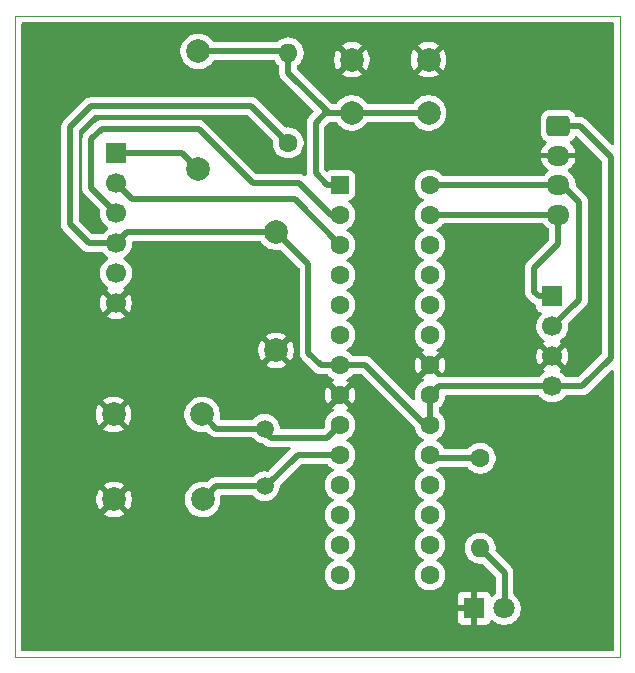
<source format=gbr>
%TF.GenerationSoftware,KiCad,Pcbnew,9.0.1*%
%TF.CreationDate,2025-06-16T22:26:19+01:00*%
%TF.ProjectId,Test_2,54657374-5f32-42e6-9b69-6361645f7063,rev?*%
%TF.SameCoordinates,Original*%
%TF.FileFunction,Copper,L2,Bot*%
%TF.FilePolarity,Positive*%
%FSLAX46Y46*%
G04 Gerber Fmt 4.6, Leading zero omitted, Abs format (unit mm)*
G04 Created by KiCad (PCBNEW 9.0.1) date 2025-06-16 22:26:19*
%MOMM*%
%LPD*%
G01*
G04 APERTURE LIST*
G04 Aperture macros list*
%AMRoundRect*
0 Rectangle with rounded corners*
0 $1 Rounding radius*
0 $2 $3 $4 $5 $6 $7 $8 $9 X,Y pos of 4 corners*
0 Add a 4 corners polygon primitive as box body*
4,1,4,$2,$3,$4,$5,$6,$7,$8,$9,$2,$3,0*
0 Add four circle primitives for the rounded corners*
1,1,$1+$1,$2,$3*
1,1,$1+$1,$4,$5*
1,1,$1+$1,$6,$7*
1,1,$1+$1,$8,$9*
0 Add four rect primitives between the rounded corners*
20,1,$1+$1,$2,$3,$4,$5,0*
20,1,$1+$1,$4,$5,$6,$7,0*
20,1,$1+$1,$6,$7,$8,$9,0*
20,1,$1+$1,$8,$9,$2,$3,0*%
G04 Aperture macros list end*
%TA.AperFunction,ComponentPad*%
%ADD10R,1.800000X1.800000*%
%TD*%
%TA.AperFunction,ComponentPad*%
%ADD11C,1.800000*%
%TD*%
%TA.AperFunction,ComponentPad*%
%ADD12RoundRect,0.250000X-0.725000X0.600000X-0.725000X-0.600000X0.725000X-0.600000X0.725000X0.600000X0*%
%TD*%
%TA.AperFunction,ComponentPad*%
%ADD13O,1.950000X1.700000*%
%TD*%
%TA.AperFunction,ComponentPad*%
%ADD14C,2.000000*%
%TD*%
%TA.AperFunction,ComponentPad*%
%ADD15R,1.700000X1.700000*%
%TD*%
%TA.AperFunction,ComponentPad*%
%ADD16C,1.700000*%
%TD*%
%TA.AperFunction,ComponentPad*%
%ADD17C,1.600000*%
%TD*%
%TA.AperFunction,ComponentPad*%
%ADD18O,1.600000X1.600000*%
%TD*%
%TA.AperFunction,ComponentPad*%
%ADD19RoundRect,0.250000X-0.550000X-0.550000X0.550000X-0.550000X0.550000X0.550000X-0.550000X0.550000X0*%
%TD*%
%TA.AperFunction,ComponentPad*%
%ADD20C,1.500000*%
%TD*%
%TA.AperFunction,Conductor*%
%ADD21C,0.508000*%
%TD*%
%TA.AperFunction,Conductor*%
%ADD22C,1.016000*%
%TD*%
%TA.AperFunction,Profile*%
%ADD23C,0.050000*%
%TD*%
G04 APERTURE END LIST*
D10*
%TO.P,D1,1,K*%
%TO.N,V-*%
X141732000Y-109220000D03*
D11*
%TO.P,D1,2,A*%
%TO.N,Net-(D1-A)*%
X144272000Y-109220000D03*
%TD*%
D12*
%TO.P,J2,1,Pin_1*%
%TO.N,V+*%
X148851500Y-68386000D03*
D13*
%TO.P,J2,2,Pin_2*%
%TO.N,V-*%
X148851500Y-70886000D03*
%TO.P,J2,3,Pin_3*%
%TO.N,SCL*%
X148851500Y-73386000D03*
%TO.P,J2,4,Pin_4*%
%TO.N,SDA*%
X148851500Y-75886000D03*
%TD*%
D14*
%TO.P,C4,1*%
%TO.N,Net-(J3-Pin_1)*%
X118364000Y-72056000D03*
%TO.P,C4,2*%
%TO.N,RST*%
X118364000Y-62056000D03*
%TD*%
D15*
%TO.P,J1,1,Pin_1*%
%TO.N,SDA*%
X148336000Y-82804000D03*
D16*
%TO.P,J1,2,Pin_2*%
%TO.N,SCL*%
X148336000Y-85344000D03*
%TO.P,J1,3,Pin_3*%
%TO.N,V-*%
X148336000Y-87884000D03*
%TO.P,J1,4,Pin_4*%
%TO.N,V+*%
X148336000Y-90424000D03*
%TD*%
D14*
%TO.P,C2,1*%
%TO.N,XTAL2*%
X118750000Y-100000000D03*
%TO.P,C2,2*%
%TO.N,V-*%
X111250000Y-100000000D03*
%TD*%
%TO.P,C1,1*%
%TO.N,XTAL1*%
X118700000Y-92800000D03*
%TO.P,C1,2*%
%TO.N,V-*%
X111200000Y-92800000D03*
%TD*%
D17*
%TO.P,R1,1*%
%TO.N,Lbuilt*%
X142240000Y-96520000D03*
D18*
%TO.P,R1,2*%
%TO.N,Net-(D1-A)*%
X142240000Y-104140000D03*
%TD*%
D17*
%TO.P,R2,1*%
%TO.N,V+*%
X125984000Y-69810000D03*
D18*
%TO.P,R2,2*%
%TO.N,RST*%
X125984000Y-62190000D03*
%TD*%
D14*
%TO.P,SW1,1,1*%
%TO.N,V-*%
X131370000Y-62774000D03*
X137870000Y-62774000D03*
%TO.P,SW1,2,2*%
%TO.N,RST*%
X131370000Y-67274000D03*
X137870000Y-67274000D03*
%TD*%
D19*
%TO.P,U1,1,~{RESET}/PC6*%
%TO.N,RST*%
X130380000Y-73380000D03*
D17*
%TO.P,U1,2,PD0*%
%TO.N,Tx*%
X130380000Y-75920000D03*
%TO.P,U1,3,PD1*%
%TO.N,Rx*%
X130380000Y-78460000D03*
%TO.P,U1,4,PD2*%
%TO.N,unconnected-(U1-PD2-Pad4)*%
X130380000Y-81000000D03*
%TO.P,U1,5,PD3*%
%TO.N,unconnected-(U1-PD3-Pad5)*%
X130380000Y-83540000D03*
%TO.P,U1,6,PD4*%
%TO.N,unconnected-(U1-PD4-Pad6)*%
X130380000Y-86080000D03*
%TO.P,U1,7,VCC*%
%TO.N,V+*%
X130380000Y-88620000D03*
%TO.P,U1,8,GND*%
%TO.N,V-*%
X130380000Y-91160000D03*
%TO.P,U1,9,XTAL1/PB6*%
%TO.N,XTAL1*%
X130380000Y-93700000D03*
%TO.P,U1,10,XTAL2/PB7*%
%TO.N,XTAL2*%
X130380000Y-96240000D03*
%TO.P,U1,11,PD5*%
%TO.N,unconnected-(U1-PD5-Pad11)*%
X130380000Y-98780000D03*
%TO.P,U1,12,PD6*%
%TO.N,unconnected-(U1-PD6-Pad12)*%
X130380000Y-101320000D03*
%TO.P,U1,13,PD7*%
%TO.N,unconnected-(U1-PD7-Pad13)*%
X130380000Y-103860000D03*
%TO.P,U1,14,PB0*%
%TO.N,unconnected-(U1-PB0-Pad14)*%
X130380000Y-106400000D03*
%TO.P,U1,15,PB1*%
%TO.N,unconnected-(U1-PB1-Pad15)*%
X138000000Y-106400000D03*
%TO.P,U1,16,PB2*%
%TO.N,unconnected-(U1-PB2-Pad16)*%
X138000000Y-103860000D03*
%TO.P,U1,17,PB3*%
%TO.N,unconnected-(U1-PB3-Pad17)*%
X138000000Y-101320000D03*
%TO.P,U1,18,PB4*%
%TO.N,unconnected-(U1-PB4-Pad18)*%
X138000000Y-98780000D03*
%TO.P,U1,19,PB5*%
%TO.N,Lbuilt*%
X138000000Y-96240000D03*
%TO.P,U1,20,AVCC*%
%TO.N,V+*%
X138000000Y-93700000D03*
%TO.P,U1,21,AREF*%
X138000000Y-91160000D03*
%TO.P,U1,22,GND*%
%TO.N,V-*%
X138000000Y-88620000D03*
%TO.P,U1,23,PC0*%
%TO.N,unconnected-(U1-PC0-Pad23)*%
X138000000Y-86080000D03*
%TO.P,U1,24,PC1*%
%TO.N,unconnected-(U1-PC1-Pad24)*%
X138000000Y-83540000D03*
%TO.P,U1,25,PC2*%
%TO.N,unconnected-(U1-PC2-Pad25)*%
X138000000Y-81000000D03*
%TO.P,U1,26,PC3*%
%TO.N,unconnected-(U1-PC3-Pad26)*%
X138000000Y-78460000D03*
%TO.P,U1,27,PC4*%
%TO.N,SDA*%
X138000000Y-75920000D03*
%TO.P,U1,28,PC5*%
%TO.N,SCL*%
X138000000Y-73380000D03*
%TD*%
D14*
%TO.P,C3,1*%
%TO.N,V+*%
X124968000Y-77376000D03*
%TO.P,C3,2*%
%TO.N,V-*%
X124968000Y-87376000D03*
%TD*%
D20*
%TO.P,Y1,1,1*%
%TO.N,XTAL2*%
X124000000Y-98880000D03*
%TO.P,Y1,2,2*%
%TO.N,XTAL1*%
X124000000Y-94000000D03*
%TD*%
D15*
%TO.P,J3,1,Pin_1*%
%TO.N,Net-(J3-Pin_1)*%
X111400000Y-70675000D03*
D16*
%TO.P,J3,2,Pin_2*%
%TO.N,Rx*%
X111400000Y-73215000D03*
%TO.P,J3,3,Pin_3*%
%TO.N,Tx*%
X111400000Y-75755000D03*
%TO.P,J3,4,Pin_4*%
%TO.N,V+*%
X111400000Y-78295000D03*
%TO.P,J3,5,Pin_5*%
%TO.N,unconnected-(J3-Pin_5-Pad5)*%
X111400000Y-80835000D03*
%TO.P,J3,6,Pin_6*%
%TO.N,V-*%
X111400000Y-83375000D03*
%TD*%
D21*
%TO.N,XTAL1*%
X124000000Y-94300000D02*
X124500000Y-94800000D01*
X124500000Y-94800000D02*
X129280000Y-94800000D01*
X129280000Y-94800000D02*
X130380000Y-93700000D01*
X118700000Y-92800000D02*
X119900000Y-94000000D01*
X124000000Y-94000000D02*
X124000000Y-94300000D01*
X119900000Y-94000000D02*
X124000000Y-94000000D01*
%TO.N,XTAL2*%
X130340000Y-96200000D02*
X130380000Y-96240000D01*
X119870000Y-98880000D02*
X124000000Y-98880000D01*
X123988412Y-98891588D02*
X124108412Y-98891588D01*
X126788412Y-96211588D02*
X130328412Y-96211588D01*
X118750000Y-100000000D02*
X119870000Y-98880000D01*
X124108412Y-98891588D02*
X126788412Y-96211588D01*
%TO.N,V+*%
X107500000Y-76700000D02*
X107500000Y-68500000D01*
X111400000Y-78295000D02*
X112319000Y-77376000D01*
X150686000Y-68386000D02*
X153293000Y-70993000D01*
X132520000Y-88620000D02*
X137600000Y-93700000D01*
X111400000Y-78295000D02*
X109095000Y-78295000D01*
X122874000Y-66700000D02*
X125984000Y-69810000D01*
X107500000Y-68500000D02*
X109300000Y-66700000D01*
X148336000Y-90424000D02*
X138736000Y-90424000D01*
X148851500Y-68386000D02*
X150686000Y-68386000D01*
X138736000Y-90424000D02*
X138000000Y-91160000D01*
X112319000Y-77376000D02*
X124968000Y-77376000D01*
X109300000Y-66700000D02*
X122874000Y-66700000D01*
X127700000Y-87600000D02*
X128720000Y-88620000D01*
X127700000Y-80108000D02*
X127700000Y-87600000D01*
X153293000Y-88007000D02*
X150900000Y-90400000D01*
X109095000Y-78295000D02*
X107500000Y-76700000D01*
X130380000Y-88620000D02*
X132520000Y-88620000D01*
X153293000Y-70993000D02*
X153293000Y-88007000D01*
X137600000Y-93700000D02*
X138000000Y-93700000D01*
X150900000Y-90400000D02*
X148360000Y-90400000D01*
X138000000Y-93700000D02*
X138000000Y-91160000D01*
X124968000Y-77376000D02*
X127700000Y-80108000D01*
X148360000Y-90400000D02*
X148336000Y-90424000D01*
X128720000Y-88620000D02*
X130380000Y-88620000D01*
%TO.N,Net-(J3-Pin_1)*%
X111400000Y-70675000D02*
X116983000Y-70675000D01*
X116983000Y-70675000D02*
X118364000Y-72056000D01*
%TO.N,RST*%
X125850000Y-62056000D02*
X125984000Y-62190000D01*
X129250000Y-67150000D02*
X125984000Y-63884000D01*
D22*
X131344000Y-67300000D02*
X131370000Y-67274000D01*
D21*
X131370000Y-67274000D02*
X129374000Y-67274000D01*
X129280000Y-73380000D02*
X128300000Y-72400000D01*
X128300000Y-68100000D02*
X129250000Y-67150000D01*
X128300000Y-72400000D02*
X128300000Y-68100000D01*
X129374000Y-67274000D02*
X129250000Y-67150000D01*
X125984000Y-63884000D02*
X125984000Y-62190000D01*
X137870000Y-67274000D02*
X131370000Y-67274000D01*
X130380000Y-73380000D02*
X129280000Y-73380000D01*
X118364000Y-62056000D02*
X125850000Y-62056000D01*
%TO.N,Net-(D1-A)*%
X144300000Y-109192000D02*
X144272000Y-109220000D01*
X142240000Y-104140000D02*
X144300000Y-106200000D01*
X144300000Y-106200000D02*
X144300000Y-109192000D01*
%TO.N,SCL*%
X138006000Y-73386000D02*
X138000000Y-73380000D01*
X148356000Y-85344000D02*
X150600000Y-83100000D01*
X148851500Y-73386000D02*
X138006000Y-73386000D01*
X150600000Y-83100000D02*
X150600000Y-74800000D01*
X148336000Y-85344000D02*
X148356000Y-85344000D01*
X150600000Y-74800000D02*
X149186000Y-73386000D01*
X149186000Y-73386000D02*
X148851500Y-73386000D01*
%TO.N,SDA*%
X147204000Y-82804000D02*
X146800000Y-82400000D01*
X148851500Y-75886000D02*
X144900000Y-75886000D01*
X138034000Y-75886000D02*
X138000000Y-75920000D01*
X148336000Y-82804000D02*
X147204000Y-82804000D01*
X146800000Y-80403000D02*
X148851500Y-78351500D01*
X146800000Y-82400000D02*
X146800000Y-80403000D01*
X144900000Y-75886000D02*
X138034000Y-75886000D01*
X148851500Y-78351500D02*
X148851500Y-75886000D01*
%TO.N,Rx*%
X111400000Y-73215000D02*
X112785000Y-74600000D01*
X112785000Y-74600000D02*
X126520000Y-74600000D01*
X126520000Y-74600000D02*
X130380000Y-78460000D01*
%TO.N,Tx*%
X109300000Y-73655000D02*
X109300000Y-69500000D01*
X111400000Y-75755000D02*
X109300000Y-73655000D01*
X123000000Y-73200000D02*
X126900000Y-73200000D01*
X110200000Y-68600000D02*
X118400000Y-68600000D01*
X129620000Y-75920000D02*
X130380000Y-75920000D01*
X118400000Y-68600000D02*
X123000000Y-73200000D01*
X109300000Y-69500000D02*
X110200000Y-68600000D01*
X126900000Y-73200000D02*
X129620000Y-75920000D01*
%TO.N,Lbuilt*%
X142240000Y-96520000D02*
X138280000Y-96520000D01*
X138280000Y-96520000D02*
X138000000Y-96240000D01*
%TD*%
%TA.AperFunction,Conductor*%
%TO.N,V-*%
G36*
X153490539Y-59620185D02*
G01*
X153536294Y-59672989D01*
X153547500Y-59724500D01*
X153547500Y-69881112D01*
X153527815Y-69948151D01*
X153475011Y-69993906D01*
X153405853Y-70003850D01*
X153342297Y-69974825D01*
X153335819Y-69968793D01*
X151166968Y-67799942D01*
X151125773Y-67772417D01*
X151043389Y-67717370D01*
X151043386Y-67717368D01*
X151043385Y-67717368D01*
X150962955Y-67684053D01*
X150906080Y-67660495D01*
X150881894Y-67655684D01*
X150760314Y-67631499D01*
X150760312Y-67631499D01*
X150611688Y-67631499D01*
X150605574Y-67631499D01*
X150605554Y-67631500D01*
X150405476Y-67631500D01*
X150338437Y-67611815D01*
X150292682Y-67559011D01*
X150287770Y-67546505D01*
X150261314Y-67466666D01*
X150169212Y-67317344D01*
X150045156Y-67193288D01*
X149895834Y-67101186D01*
X149729297Y-67046001D01*
X149729295Y-67046000D01*
X149626510Y-67035500D01*
X148076498Y-67035500D01*
X148076481Y-67035501D01*
X147973703Y-67046000D01*
X147973700Y-67046001D01*
X147807168Y-67101185D01*
X147807163Y-67101187D01*
X147657842Y-67193289D01*
X147533789Y-67317342D01*
X147441687Y-67466663D01*
X147441686Y-67466666D01*
X147386501Y-67633203D01*
X147386501Y-67633204D01*
X147386500Y-67633204D01*
X147376000Y-67735983D01*
X147376000Y-69036001D01*
X147376001Y-69036018D01*
X147386500Y-69138796D01*
X147386501Y-69138799D01*
X147441685Y-69305331D01*
X147441687Y-69305336D01*
X147533789Y-69454657D01*
X147657844Y-69578712D01*
X147813058Y-69674448D01*
X147859783Y-69726396D01*
X147871006Y-69795358D01*
X147843163Y-69859441D01*
X147835644Y-69867668D01*
X147696771Y-70006541D01*
X147571879Y-70178442D01*
X147475404Y-70367782D01*
X147409742Y-70569870D01*
X147409742Y-70569873D01*
X147399269Y-70636000D01*
X148447354Y-70636000D01*
X148408870Y-70702657D01*
X148376500Y-70823465D01*
X148376500Y-70948535D01*
X148408870Y-71069343D01*
X148447354Y-71136000D01*
X147399269Y-71136000D01*
X147409742Y-71202126D01*
X147409742Y-71202129D01*
X147475404Y-71404217D01*
X147571879Y-71593557D01*
X147696772Y-71765459D01*
X147696776Y-71765464D01*
X147847035Y-71915723D01*
X147847040Y-71915727D01*
X148011718Y-72035372D01*
X148054384Y-72090701D01*
X148060363Y-72160315D01*
X148027758Y-72222110D01*
X148011718Y-72236008D01*
X147846714Y-72355890D01*
X147846709Y-72355894D01*
X147696396Y-72506207D01*
X147642504Y-72580385D01*
X147587174Y-72623051D01*
X147542185Y-72631500D01*
X139126871Y-72631500D01*
X139059832Y-72611815D01*
X139026553Y-72580385D01*
X138991971Y-72532786D01*
X138847213Y-72388028D01*
X138681613Y-72267715D01*
X138681612Y-72267714D01*
X138681610Y-72267713D01*
X138604839Y-72228596D01*
X138499223Y-72174781D01*
X138304534Y-72111522D01*
X138129995Y-72083878D01*
X138102352Y-72079500D01*
X137897648Y-72079500D01*
X137873329Y-72083351D01*
X137695465Y-72111522D01*
X137500776Y-72174781D01*
X137318386Y-72267715D01*
X137152786Y-72388028D01*
X137008028Y-72532786D01*
X136887715Y-72698386D01*
X136794781Y-72880776D01*
X136731522Y-73075465D01*
X136699500Y-73277648D01*
X136699500Y-73482351D01*
X136731522Y-73684534D01*
X136794781Y-73879223D01*
X136887715Y-74061613D01*
X137008028Y-74227213D01*
X137152786Y-74371971D01*
X137250016Y-74442611D01*
X137318390Y-74492287D01*
X137403200Y-74535500D01*
X137411080Y-74539515D01*
X137461876Y-74587490D01*
X137478671Y-74655311D01*
X137456134Y-74721446D01*
X137411080Y-74760485D01*
X137318386Y-74807715D01*
X137152786Y-74928028D01*
X137008028Y-75072786D01*
X136887715Y-75238386D01*
X136794781Y-75420776D01*
X136731522Y-75615465D01*
X136699500Y-75817648D01*
X136699500Y-76022351D01*
X136731522Y-76224534D01*
X136794781Y-76419223D01*
X136858691Y-76544653D01*
X136881576Y-76589566D01*
X136887715Y-76601613D01*
X137008028Y-76767213D01*
X137152786Y-76911971D01*
X137282975Y-77006557D01*
X137318390Y-77032287D01*
X137409840Y-77078883D01*
X137411080Y-77079515D01*
X137461876Y-77127490D01*
X137478671Y-77195311D01*
X137456134Y-77261446D01*
X137411080Y-77300485D01*
X137318386Y-77347715D01*
X137152786Y-77468028D01*
X137008028Y-77612786D01*
X136887715Y-77778386D01*
X136794781Y-77960776D01*
X136731522Y-78155465D01*
X136699500Y-78357648D01*
X136699500Y-78562351D01*
X136731522Y-78764534D01*
X136794781Y-78959223D01*
X136887715Y-79141613D01*
X137008028Y-79307213D01*
X137152786Y-79451971D01*
X137282975Y-79546557D01*
X137318390Y-79572287D01*
X137409840Y-79618883D01*
X137411080Y-79619515D01*
X137461876Y-79667490D01*
X137478671Y-79735311D01*
X137456134Y-79801446D01*
X137411080Y-79840485D01*
X137318386Y-79887715D01*
X137152786Y-80008028D01*
X137008028Y-80152786D01*
X136887715Y-80318386D01*
X136794781Y-80500776D01*
X136731522Y-80695465D01*
X136699500Y-80897648D01*
X136699500Y-81102351D01*
X136731522Y-81304534D01*
X136794781Y-81499223D01*
X136887715Y-81681613D01*
X137008028Y-81847213D01*
X137152786Y-81991971D01*
X137282975Y-82086557D01*
X137318390Y-82112287D01*
X137396814Y-82152246D01*
X137411080Y-82159515D01*
X137461876Y-82207490D01*
X137478671Y-82275311D01*
X137456134Y-82341446D01*
X137411080Y-82380485D01*
X137318386Y-82427715D01*
X137152786Y-82548028D01*
X137008028Y-82692786D01*
X136887715Y-82858386D01*
X136794781Y-83040776D01*
X136731522Y-83235465D01*
X136699500Y-83437648D01*
X136699500Y-83642351D01*
X136731522Y-83844534D01*
X136794781Y-84039223D01*
X136844457Y-84136716D01*
X136871071Y-84188949D01*
X136887715Y-84221613D01*
X137008028Y-84387213D01*
X137152786Y-84531971D01*
X137296219Y-84636179D01*
X137318390Y-84652287D01*
X137395854Y-84691757D01*
X137411080Y-84699515D01*
X137461876Y-84747490D01*
X137478671Y-84815311D01*
X137456134Y-84881446D01*
X137411080Y-84920485D01*
X137318386Y-84967715D01*
X137152786Y-85088028D01*
X137008028Y-85232786D01*
X136887715Y-85398386D01*
X136794781Y-85580776D01*
X136731522Y-85775465D01*
X136699500Y-85977648D01*
X136699500Y-86182351D01*
X136731522Y-86384534D01*
X136794781Y-86579223D01*
X136836575Y-86661246D01*
X136871287Y-86729373D01*
X136887715Y-86761613D01*
X137008028Y-86927213D01*
X137152786Y-87071971D01*
X137318385Y-87192284D01*
X137318387Y-87192285D01*
X137318390Y-87192287D01*
X137411080Y-87239515D01*
X137411630Y-87239795D01*
X137462426Y-87287770D01*
X137479221Y-87355591D01*
X137456684Y-87421725D01*
X137411630Y-87460765D01*
X137318644Y-87508143D01*
X137274077Y-87540523D01*
X137274077Y-87540524D01*
X137953554Y-88220000D01*
X137947339Y-88220000D01*
X137845606Y-88247259D01*
X137754394Y-88299920D01*
X137679920Y-88374394D01*
X137627259Y-88465606D01*
X137600000Y-88567339D01*
X137600000Y-88573553D01*
X136920524Y-87894077D01*
X136920523Y-87894077D01*
X136888143Y-87938644D01*
X136795244Y-88120968D01*
X136732009Y-88315582D01*
X136700000Y-88517682D01*
X136700000Y-88722317D01*
X136732009Y-88924417D01*
X136795244Y-89119031D01*
X136888141Y-89301350D01*
X136888147Y-89301359D01*
X136920523Y-89345921D01*
X136920524Y-89345922D01*
X137600000Y-88666446D01*
X137600000Y-88672661D01*
X137627259Y-88774394D01*
X137679920Y-88865606D01*
X137754394Y-88940080D01*
X137845606Y-88992741D01*
X137947339Y-89020000D01*
X137953553Y-89020000D01*
X137274076Y-89699474D01*
X137318652Y-89731861D01*
X137411628Y-89779234D01*
X137462425Y-89827208D01*
X137479220Y-89895029D01*
X137456683Y-89961164D01*
X137411630Y-90000203D01*
X137318388Y-90047713D01*
X137152786Y-90168028D01*
X137008028Y-90312786D01*
X136887715Y-90478386D01*
X136794781Y-90660776D01*
X136731522Y-90855465D01*
X136699500Y-91057648D01*
X136699500Y-91262351D01*
X136728272Y-91444014D01*
X136719317Y-91513308D01*
X136674321Y-91566760D01*
X136607569Y-91587399D01*
X136540256Y-91568674D01*
X136518118Y-91551093D01*
X133567523Y-88600497D01*
X133000968Y-88033942D01*
X132935571Y-87990246D01*
X132877389Y-87951370D01*
X132877386Y-87951368D01*
X132877385Y-87951368D01*
X132796955Y-87918053D01*
X132740080Y-87894495D01*
X132715894Y-87889684D01*
X132687315Y-87883999D01*
X132594314Y-87865499D01*
X132594312Y-87865499D01*
X132445688Y-87865499D01*
X132439574Y-87865499D01*
X132439554Y-87865500D01*
X131502511Y-87865500D01*
X131435472Y-87845815D01*
X131402192Y-87814384D01*
X131371969Y-87772784D01*
X131227213Y-87628028D01*
X131061614Y-87507715D01*
X131014876Y-87483901D01*
X130968917Y-87460483D01*
X130918123Y-87412511D01*
X130901328Y-87344690D01*
X130923865Y-87278555D01*
X130968917Y-87239516D01*
X131061610Y-87192287D01*
X131083423Y-87176439D01*
X131227213Y-87071971D01*
X131227215Y-87071968D01*
X131227219Y-87071966D01*
X131371966Y-86927219D01*
X131371968Y-86927215D01*
X131371971Y-86927213D01*
X131464252Y-86800197D01*
X131492287Y-86761610D01*
X131585220Y-86579219D01*
X131648477Y-86384534D01*
X131680500Y-86182352D01*
X131680500Y-85977648D01*
X131664400Y-85876000D01*
X131648477Y-85775465D01*
X131585218Y-85580776D01*
X131551503Y-85514607D01*
X131492287Y-85398390D01*
X131484556Y-85387749D01*
X131371971Y-85232786D01*
X131227213Y-85088028D01*
X131061614Y-84967715D01*
X131055006Y-84964348D01*
X130968917Y-84920483D01*
X130918123Y-84872511D01*
X130901328Y-84804690D01*
X130923865Y-84738555D01*
X130968917Y-84699516D01*
X131061610Y-84652287D01*
X131083781Y-84636179D01*
X131227213Y-84531971D01*
X131227215Y-84531968D01*
X131227219Y-84531966D01*
X131371966Y-84387219D01*
X131371968Y-84387215D01*
X131371971Y-84387213D01*
X131468649Y-84254145D01*
X131492287Y-84221610D01*
X131585220Y-84039219D01*
X131648477Y-83844534D01*
X131680500Y-83642352D01*
X131680500Y-83437648D01*
X131661879Y-83320080D01*
X131648477Y-83235465D01*
X131619127Y-83145137D01*
X131585220Y-83040781D01*
X131585218Y-83040778D01*
X131585218Y-83040776D01*
X131518112Y-82909075D01*
X131492287Y-82858390D01*
X131440765Y-82787475D01*
X131371971Y-82692786D01*
X131227213Y-82548028D01*
X131061614Y-82427715D01*
X131055006Y-82424348D01*
X130968917Y-82380483D01*
X130918123Y-82332511D01*
X130901328Y-82264690D01*
X130923865Y-82198555D01*
X130968917Y-82159516D01*
X131061610Y-82112287D01*
X131097025Y-82086557D01*
X131227213Y-81991971D01*
X131227215Y-81991968D01*
X131227219Y-81991966D01*
X131371966Y-81847219D01*
X131371968Y-81847215D01*
X131371971Y-81847213D01*
X131449829Y-81740049D01*
X131492287Y-81681610D01*
X131585220Y-81499219D01*
X131648477Y-81304534D01*
X131680500Y-81102352D01*
X131680500Y-80897648D01*
X131648477Y-80695466D01*
X131585220Y-80500781D01*
X131585218Y-80500778D01*
X131585218Y-80500776D01*
X131525821Y-80384205D01*
X131492287Y-80318390D01*
X131484556Y-80307749D01*
X131371971Y-80152786D01*
X131227213Y-80008028D01*
X131061614Y-79887715D01*
X131055006Y-79884348D01*
X130968917Y-79840483D01*
X130918123Y-79792511D01*
X130901328Y-79724690D01*
X130923865Y-79658555D01*
X130968917Y-79619516D01*
X131061610Y-79572287D01*
X131169975Y-79493556D01*
X131227213Y-79451971D01*
X131227215Y-79451968D01*
X131227219Y-79451966D01*
X131371966Y-79307219D01*
X131371968Y-79307215D01*
X131371971Y-79307213D01*
X131468183Y-79174786D01*
X131492287Y-79141610D01*
X131585220Y-78959219D01*
X131648477Y-78764534D01*
X131680500Y-78562352D01*
X131680500Y-78357648D01*
X131652619Y-78181614D01*
X131648477Y-78155465D01*
X131585218Y-77960776D01*
X131551503Y-77894607D01*
X131492287Y-77778390D01*
X131455218Y-77727368D01*
X131371971Y-77612786D01*
X131227213Y-77468028D01*
X131061614Y-77347715D01*
X131055006Y-77344348D01*
X130968917Y-77300483D01*
X130918123Y-77252511D01*
X130901328Y-77184690D01*
X130923865Y-77118555D01*
X130968917Y-77079516D01*
X131061610Y-77032287D01*
X131210733Y-76923944D01*
X131227213Y-76911971D01*
X131227215Y-76911968D01*
X131227219Y-76911966D01*
X131371966Y-76767219D01*
X131371968Y-76767215D01*
X131371971Y-76767213D01*
X131474793Y-76625688D01*
X131492287Y-76601610D01*
X131585220Y-76419219D01*
X131648477Y-76224534D01*
X131680500Y-76022352D01*
X131680500Y-75817648D01*
X131648477Y-75615466D01*
X131585220Y-75420781D01*
X131585218Y-75420778D01*
X131585218Y-75420776D01*
X131549192Y-75350073D01*
X131492287Y-75238390D01*
X131414628Y-75131500D01*
X131371971Y-75072786D01*
X131227219Y-74928034D01*
X131153276Y-74874312D01*
X131133547Y-74859978D01*
X131090882Y-74804649D01*
X131084903Y-74735036D01*
X131117508Y-74673240D01*
X131167426Y-74641955D01*
X131249334Y-74614814D01*
X131398656Y-74522712D01*
X131522712Y-74398656D01*
X131614814Y-74249334D01*
X131669999Y-74082797D01*
X131680500Y-73980009D01*
X131680499Y-72779992D01*
X131669999Y-72677203D01*
X131614814Y-72510666D01*
X131522712Y-72361344D01*
X131398656Y-72237288D01*
X131297314Y-72174780D01*
X131249336Y-72145187D01*
X131249331Y-72145185D01*
X131226492Y-72137617D01*
X131082797Y-72090001D01*
X131082795Y-72090000D01*
X130980010Y-72079500D01*
X129779998Y-72079500D01*
X129779981Y-72079501D01*
X129677203Y-72090000D01*
X129677200Y-72090001D01*
X129510668Y-72145185D01*
X129510663Y-72145187D01*
X129361331Y-72237296D01*
X129360194Y-72238196D01*
X129359269Y-72238568D01*
X129358433Y-72239084D01*
X129357612Y-72240182D01*
X129326350Y-72251841D01*
X129295394Y-72264324D01*
X129293732Y-72264008D01*
X129292148Y-72264599D01*
X129259531Y-72257503D01*
X129226754Y-72251270D01*
X129224998Y-72249991D01*
X129223875Y-72249747D01*
X129195621Y-72228596D01*
X129090819Y-72123794D01*
X129057334Y-72062471D01*
X129054500Y-72036113D01*
X129054500Y-68463886D01*
X129074185Y-68396847D01*
X129090819Y-68376205D01*
X129402205Y-68064819D01*
X129463528Y-68031334D01*
X129489886Y-68028500D01*
X130000275Y-68028500D01*
X130067314Y-68048185D01*
X130100592Y-68079613D01*
X130225483Y-68251510D01*
X130392490Y-68418517D01*
X130583567Y-68557343D01*
X130676667Y-68604780D01*
X130794003Y-68664566D01*
X130794005Y-68664566D01*
X130794008Y-68664568D01*
X130896024Y-68697715D01*
X131018631Y-68737553D01*
X131251903Y-68774500D01*
X131251908Y-68774500D01*
X131488097Y-68774500D01*
X131721368Y-68737553D01*
X131945992Y-68664568D01*
X132156433Y-68557343D01*
X132347510Y-68418517D01*
X132514517Y-68251510D01*
X132639407Y-68079613D01*
X132694737Y-68036949D01*
X132739725Y-68028500D01*
X136500275Y-68028500D01*
X136567314Y-68048185D01*
X136600592Y-68079613D01*
X136725483Y-68251510D01*
X136892490Y-68418517D01*
X137083567Y-68557343D01*
X137176667Y-68604780D01*
X137294003Y-68664566D01*
X137294005Y-68664566D01*
X137294008Y-68664568D01*
X137396024Y-68697715D01*
X137518631Y-68737553D01*
X137751903Y-68774500D01*
X137751908Y-68774500D01*
X137988097Y-68774500D01*
X138221368Y-68737553D01*
X138445992Y-68664568D01*
X138656433Y-68557343D01*
X138847510Y-68418517D01*
X139014517Y-68251510D01*
X139153343Y-68060433D01*
X139260568Y-67849992D01*
X139333553Y-67625368D01*
X139346044Y-67546505D01*
X139370500Y-67392097D01*
X139370500Y-67155902D01*
X139333553Y-66922631D01*
X139260566Y-66698003D01*
X139204002Y-66586991D01*
X139153343Y-66487567D01*
X139014517Y-66296490D01*
X138847510Y-66129483D01*
X138656433Y-65990657D01*
X138445996Y-65883433D01*
X138221368Y-65810446D01*
X137988097Y-65773500D01*
X137988092Y-65773500D01*
X137751908Y-65773500D01*
X137751903Y-65773500D01*
X137518631Y-65810446D01*
X137294003Y-65883433D01*
X137083566Y-65990657D01*
X136974550Y-66069862D01*
X136892490Y-66129483D01*
X136892488Y-66129485D01*
X136892487Y-66129485D01*
X136725485Y-66296487D01*
X136725485Y-66296488D01*
X136725483Y-66296490D01*
X136600593Y-66468386D01*
X136545263Y-66511051D01*
X136500275Y-66519500D01*
X132739725Y-66519500D01*
X132672686Y-66499815D01*
X132639407Y-66468386D01*
X132514517Y-66296490D01*
X132347510Y-66129483D01*
X132156433Y-65990657D01*
X131945996Y-65883433D01*
X131721368Y-65810446D01*
X131488097Y-65773500D01*
X131488092Y-65773500D01*
X131251908Y-65773500D01*
X131251903Y-65773500D01*
X131018631Y-65810446D01*
X130794003Y-65883433D01*
X130583566Y-65990657D01*
X130474550Y-66069862D01*
X130392490Y-66129483D01*
X130392488Y-66129485D01*
X130392487Y-66129485D01*
X130225485Y-66296487D01*
X130225485Y-66296488D01*
X130225483Y-66296490D01*
X130100593Y-66468386D01*
X130045263Y-66511051D01*
X130000275Y-66519500D01*
X129737886Y-66519500D01*
X129670847Y-66499815D01*
X129650205Y-66483181D01*
X127204105Y-64037080D01*
X126774819Y-63607794D01*
X126760115Y-63580866D01*
X126743523Y-63555048D01*
X126742631Y-63548847D01*
X126741334Y-63546471D01*
X126738500Y-63520113D01*
X126738500Y-63312510D01*
X126758185Y-63245471D01*
X126789613Y-63212193D01*
X126831219Y-63181966D01*
X126975966Y-63037219D01*
X126975966Y-63037218D01*
X126975971Y-63037214D01*
X126975971Y-63037213D01*
X127028732Y-62964590D01*
X127096287Y-62871610D01*
X127189220Y-62689219D01*
X127200031Y-62655947D01*
X129870000Y-62655947D01*
X129870000Y-62892052D01*
X129906934Y-63125247D01*
X129979897Y-63349802D01*
X130087087Y-63560174D01*
X130147338Y-63643104D01*
X130147340Y-63643105D01*
X130846212Y-62944233D01*
X130857482Y-62986292D01*
X130929890Y-63111708D01*
X131032292Y-63214110D01*
X131157708Y-63286518D01*
X131199765Y-63297787D01*
X130500893Y-63996658D01*
X130583828Y-64056914D01*
X130794197Y-64164102D01*
X131018752Y-64237065D01*
X131018751Y-64237065D01*
X131251948Y-64274000D01*
X131488052Y-64274000D01*
X131721247Y-64237065D01*
X131945802Y-64164102D01*
X132156163Y-64056918D01*
X132156169Y-64056914D01*
X132239104Y-63996658D01*
X132239105Y-63996658D01*
X131540233Y-63297787D01*
X131582292Y-63286518D01*
X131707708Y-63214110D01*
X131810110Y-63111708D01*
X131882518Y-62986292D01*
X131893787Y-62944234D01*
X132592658Y-63643105D01*
X132592658Y-63643104D01*
X132652914Y-63560169D01*
X132652918Y-63560163D01*
X132760102Y-63349802D01*
X132833065Y-63125247D01*
X132870000Y-62892052D01*
X132870000Y-62655947D01*
X136370000Y-62655947D01*
X136370000Y-62892052D01*
X136406934Y-63125247D01*
X136479897Y-63349802D01*
X136587087Y-63560174D01*
X136647338Y-63643104D01*
X136647340Y-63643105D01*
X137346212Y-62944233D01*
X137357482Y-62986292D01*
X137429890Y-63111708D01*
X137532292Y-63214110D01*
X137657708Y-63286518D01*
X137699765Y-63297787D01*
X137000893Y-63996658D01*
X137083828Y-64056914D01*
X137294197Y-64164102D01*
X137518752Y-64237065D01*
X137518751Y-64237065D01*
X137751948Y-64274000D01*
X137988052Y-64274000D01*
X138221247Y-64237065D01*
X138445802Y-64164102D01*
X138656163Y-64056918D01*
X138656169Y-64056914D01*
X138739104Y-63996658D01*
X138739105Y-63996658D01*
X138040233Y-63297787D01*
X138082292Y-63286518D01*
X138207708Y-63214110D01*
X138310110Y-63111708D01*
X138382518Y-62986292D01*
X138393787Y-62944234D01*
X139092658Y-63643105D01*
X139092658Y-63643104D01*
X139152914Y-63560169D01*
X139152918Y-63560163D01*
X139260102Y-63349802D01*
X139333065Y-63125247D01*
X139370000Y-62892052D01*
X139370000Y-62655947D01*
X139333065Y-62422752D01*
X139260102Y-62198197D01*
X139152914Y-61987828D01*
X139092658Y-61904894D01*
X139092658Y-61904893D01*
X138393787Y-62603765D01*
X138382518Y-62561708D01*
X138310110Y-62436292D01*
X138207708Y-62333890D01*
X138082292Y-62261482D01*
X138040234Y-62250212D01*
X138739105Y-61551340D01*
X138739104Y-61551338D01*
X138656174Y-61491087D01*
X138445802Y-61383897D01*
X138221247Y-61310934D01*
X138221248Y-61310934D01*
X137988052Y-61274000D01*
X137751948Y-61274000D01*
X137518752Y-61310934D01*
X137294197Y-61383897D01*
X137083830Y-61491084D01*
X137000894Y-61551340D01*
X137699766Y-62250212D01*
X137657708Y-62261482D01*
X137532292Y-62333890D01*
X137429890Y-62436292D01*
X137357482Y-62561708D01*
X137346212Y-62603766D01*
X136647340Y-61904894D01*
X136587084Y-61987830D01*
X136479897Y-62198197D01*
X136406934Y-62422752D01*
X136370000Y-62655947D01*
X132870000Y-62655947D01*
X132833065Y-62422752D01*
X132760102Y-62198197D01*
X132652914Y-61987828D01*
X132592658Y-61904894D01*
X132592658Y-61904893D01*
X131893787Y-62603765D01*
X131882518Y-62561708D01*
X131810110Y-62436292D01*
X131707708Y-62333890D01*
X131582292Y-62261482D01*
X131540234Y-62250212D01*
X132239105Y-61551340D01*
X132239104Y-61551339D01*
X132156174Y-61491087D01*
X131945802Y-61383897D01*
X131721247Y-61310934D01*
X131721248Y-61310934D01*
X131488052Y-61274000D01*
X131251948Y-61274000D01*
X131018752Y-61310934D01*
X130794197Y-61383897D01*
X130583830Y-61491084D01*
X130500894Y-61551340D01*
X131199766Y-62250212D01*
X131157708Y-62261482D01*
X131032292Y-62333890D01*
X130929890Y-62436292D01*
X130857482Y-62561708D01*
X130846212Y-62603766D01*
X130147340Y-61904894D01*
X130087084Y-61987830D01*
X129979897Y-62198197D01*
X129906934Y-62422752D01*
X129870000Y-62655947D01*
X127200031Y-62655947D01*
X127252477Y-62494534D01*
X127284500Y-62292352D01*
X127284500Y-62087648D01*
X127252477Y-61885466D01*
X127189220Y-61690781D01*
X127189218Y-61690778D01*
X127189217Y-61690773D01*
X127170936Y-61654895D01*
X127170935Y-61654894D01*
X127118171Y-61551340D01*
X127096287Y-61508390D01*
X127083714Y-61491084D01*
X126975971Y-61342786D01*
X126831213Y-61198028D01*
X126665613Y-61077715D01*
X126665612Y-61077714D01*
X126665610Y-61077713D01*
X126608653Y-61048691D01*
X126483223Y-60984781D01*
X126288534Y-60921522D01*
X126113995Y-60893878D01*
X126086352Y-60889500D01*
X125881648Y-60889500D01*
X125857329Y-60893351D01*
X125679465Y-60921522D01*
X125484776Y-60984781D01*
X125302386Y-61077715D01*
X125136786Y-61198028D01*
X125136782Y-61198032D01*
X125069634Y-61265181D01*
X125008311Y-61298666D01*
X124981953Y-61301500D01*
X119733725Y-61301500D01*
X119666686Y-61281815D01*
X119633407Y-61250386D01*
X119508517Y-61078490D01*
X119341510Y-60911483D01*
X119150433Y-60772657D01*
X118939996Y-60665433D01*
X118715368Y-60592446D01*
X118482097Y-60555500D01*
X118482092Y-60555500D01*
X118245908Y-60555500D01*
X118245903Y-60555500D01*
X118012631Y-60592446D01*
X117788003Y-60665433D01*
X117577566Y-60772657D01*
X117468550Y-60851862D01*
X117386490Y-60911483D01*
X117386488Y-60911485D01*
X117386487Y-60911485D01*
X117219485Y-61078487D01*
X117219485Y-61078488D01*
X117219483Y-61078490D01*
X117159862Y-61160550D01*
X117080657Y-61269566D01*
X116973433Y-61480003D01*
X116900446Y-61704631D01*
X116863500Y-61937902D01*
X116863500Y-62174097D01*
X116900446Y-62407368D01*
X116973433Y-62631996D01*
X117045789Y-62774001D01*
X117080657Y-62842433D01*
X117219483Y-63033510D01*
X117386490Y-63200517D01*
X117577567Y-63339343D01*
X117676991Y-63390002D01*
X117788003Y-63446566D01*
X117788005Y-63446566D01*
X117788008Y-63446568D01*
X117908412Y-63485689D01*
X118012631Y-63519553D01*
X118245903Y-63556500D01*
X118245908Y-63556500D01*
X118482097Y-63556500D01*
X118715368Y-63519553D01*
X118939992Y-63446568D01*
X119150433Y-63339343D01*
X119341510Y-63200517D01*
X119508517Y-63033510D01*
X119633407Y-62861613D01*
X119688737Y-62818949D01*
X119733725Y-62810500D01*
X124764821Y-62810500D01*
X124831860Y-62830185D01*
X124868674Y-62867795D01*
X124868849Y-62867669D01*
X124869706Y-62868849D01*
X124870548Y-62869709D01*
X124871716Y-62871616D01*
X124992028Y-63037213D01*
X124992034Y-63037219D01*
X125136781Y-63181966D01*
X125178384Y-63212192D01*
X125221050Y-63267520D01*
X125229500Y-63312510D01*
X125229500Y-63804552D01*
X125229499Y-63804578D01*
X125229499Y-63809688D01*
X125229499Y-63958312D01*
X125229499Y-63958314D01*
X125229498Y-63958314D01*
X125258493Y-64104073D01*
X125258496Y-64104083D01*
X125315366Y-64241381D01*
X125315372Y-64241392D01*
X125397942Y-64364968D01*
X125397943Y-64364969D01*
X128095293Y-67062318D01*
X128128778Y-67123641D01*
X128123794Y-67193333D01*
X128095293Y-67237680D01*
X127713942Y-67619031D01*
X127631372Y-67742607D01*
X127631366Y-67742618D01*
X127574496Y-67879916D01*
X127574495Y-67879921D01*
X127545499Y-68025685D01*
X127545499Y-68180425D01*
X127545500Y-68180446D01*
X127545500Y-72325682D01*
X127545499Y-72325688D01*
X127545499Y-72474312D01*
X127546641Y-72480057D01*
X127546726Y-72491827D01*
X127540191Y-72514682D01*
X127538023Y-72538356D01*
X127530763Y-72547660D01*
X127527520Y-72559005D01*
X127509668Y-72574698D01*
X127495044Y-72593442D01*
X127483907Y-72597344D01*
X127475044Y-72605136D01*
X127451537Y-72608687D01*
X127429105Y-72616548D01*
X127417627Y-72613810D01*
X127405959Y-72615573D01*
X127384266Y-72605852D01*
X127361142Y-72600337D01*
X127353839Y-72595815D01*
X127257392Y-72531372D01*
X127257391Y-72531371D01*
X127257389Y-72531370D01*
X127257386Y-72531368D01*
X127257381Y-72531366D01*
X127160991Y-72491440D01*
X127160980Y-72491436D01*
X127156293Y-72489495D01*
X127120080Y-72474495D01*
X127095894Y-72469684D01*
X127088935Y-72468299D01*
X127088930Y-72468298D01*
X126974314Y-72445499D01*
X126974312Y-72445499D01*
X126825688Y-72445499D01*
X126819574Y-72445499D01*
X126819554Y-72445500D01*
X123363886Y-72445500D01*
X123296847Y-72425815D01*
X123276205Y-72409181D01*
X118880969Y-68013943D01*
X118880968Y-68013942D01*
X118757392Y-67931372D01*
X118757391Y-67931371D01*
X118757389Y-67931370D01*
X118757386Y-67931368D01*
X118757381Y-67931366D01*
X118639746Y-67882641D01*
X118639745Y-67882640D01*
X118633179Y-67879921D01*
X118620080Y-67874495D01*
X118595894Y-67869684D01*
X118590916Y-67868693D01*
X118590910Y-67868692D01*
X118474314Y-67845499D01*
X118474312Y-67845499D01*
X118325688Y-67845499D01*
X118319574Y-67845499D01*
X118319554Y-67845500D01*
X110125683Y-67845500D01*
X109979927Y-67874493D01*
X109979919Y-67874495D01*
X109842608Y-67931371D01*
X109719035Y-68013939D01*
X109719034Y-68013940D01*
X109684790Y-68048185D01*
X109613941Y-68119034D01*
X109613939Y-68119036D01*
X108713943Y-69019030D01*
X108713942Y-69019031D01*
X108631372Y-69142607D01*
X108631366Y-69142618D01*
X108574496Y-69279916D01*
X108574493Y-69279926D01*
X108545499Y-69425685D01*
X108545499Y-69580425D01*
X108545500Y-69580446D01*
X108545500Y-73575552D01*
X108545499Y-73575578D01*
X108545499Y-73729313D01*
X108560034Y-73802384D01*
X108560037Y-73802396D01*
X108560863Y-73806547D01*
X108574495Y-73875080D01*
X108586645Y-73904412D01*
X108589684Y-73911751D01*
X108589686Y-73911755D01*
X108631366Y-74012381D01*
X108631372Y-74012392D01*
X108713942Y-74135968D01*
X108713943Y-74135969D01*
X110029050Y-75451075D01*
X110062535Y-75512398D01*
X110063842Y-75558153D01*
X110049500Y-75648707D01*
X110049500Y-75648713D01*
X110049500Y-75861287D01*
X110082754Y-76071243D01*
X110134819Y-76231483D01*
X110148444Y-76273414D01*
X110244951Y-76462820D01*
X110369890Y-76634786D01*
X110520213Y-76785109D01*
X110692182Y-76910050D01*
X110700946Y-76914516D01*
X110751742Y-76962491D01*
X110768536Y-77030312D01*
X110745998Y-77096447D01*
X110700946Y-77135484D01*
X110692182Y-77139949D01*
X110520213Y-77264890D01*
X110369896Y-77415207D01*
X110316004Y-77489385D01*
X110260674Y-77532051D01*
X110215685Y-77540500D01*
X109458886Y-77540500D01*
X109391847Y-77520815D01*
X109371205Y-77504181D01*
X108290819Y-76423794D01*
X108257334Y-76362471D01*
X108254500Y-76336113D01*
X108254500Y-68863886D01*
X108274185Y-68796847D01*
X108290819Y-68776205D01*
X109576205Y-67490819D01*
X109637528Y-67457334D01*
X109663886Y-67454500D01*
X122510113Y-67454500D01*
X122577152Y-67474185D01*
X122597794Y-67490819D01*
X124656752Y-69549776D01*
X124690237Y-69611099D01*
X124691544Y-69656855D01*
X124683500Y-69707643D01*
X124683500Y-69912351D01*
X124715522Y-70114534D01*
X124778781Y-70309223D01*
X124808619Y-70367782D01*
X124847133Y-70443370D01*
X124871715Y-70491613D01*
X124992028Y-70657213D01*
X125136786Y-70801971D01*
X125287519Y-70911483D01*
X125302390Y-70922287D01*
X125418607Y-70981503D01*
X125484776Y-71015218D01*
X125484778Y-71015218D01*
X125484781Y-71015220D01*
X125588367Y-71048877D01*
X125679465Y-71078477D01*
X125780557Y-71094488D01*
X125881648Y-71110500D01*
X125881649Y-71110500D01*
X126086351Y-71110500D01*
X126086352Y-71110500D01*
X126288534Y-71078477D01*
X126483219Y-71015220D01*
X126665610Y-70922287D01*
X126801628Y-70823465D01*
X126831213Y-70801971D01*
X126831215Y-70801968D01*
X126831219Y-70801966D01*
X126975966Y-70657219D01*
X126975968Y-70657215D01*
X126975971Y-70657213D01*
X127039428Y-70569870D01*
X127096287Y-70491610D01*
X127189220Y-70309219D01*
X127252477Y-70114534D01*
X127284500Y-69912352D01*
X127284500Y-69707648D01*
X127252477Y-69505466D01*
X127189220Y-69310781D01*
X127189218Y-69310778D01*
X127189218Y-69310776D01*
X127148399Y-69230665D01*
X127096287Y-69128390D01*
X127088556Y-69117749D01*
X126975971Y-68962786D01*
X126831213Y-68818028D01*
X126665613Y-68697715D01*
X126665612Y-68697714D01*
X126665610Y-68697713D01*
X126608653Y-68668691D01*
X126483223Y-68604781D01*
X126288534Y-68541522D01*
X126113995Y-68513878D01*
X126086352Y-68509500D01*
X125881648Y-68509500D01*
X125881644Y-68509500D01*
X125830855Y-68517544D01*
X125761561Y-68508589D01*
X125723776Y-68482752D01*
X123354969Y-66113943D01*
X123354968Y-66113942D01*
X123231392Y-66031372D01*
X123231391Y-66031371D01*
X123231389Y-66031370D01*
X123231386Y-66031368D01*
X123231381Y-66031366D01*
X123162617Y-66002884D01*
X123133098Y-65990657D01*
X123094080Y-65974495D01*
X123069894Y-65969684D01*
X123062761Y-65968265D01*
X122948314Y-65945499D01*
X122948312Y-65945499D01*
X122799688Y-65945499D01*
X122793574Y-65945499D01*
X122793554Y-65945500D01*
X109225683Y-65945500D01*
X109079927Y-65974493D01*
X109079919Y-65974495D01*
X108942608Y-66031371D01*
X108819035Y-66113939D01*
X108819034Y-66113940D01*
X108766488Y-66166487D01*
X108713941Y-66219034D01*
X108713939Y-66219036D01*
X106913943Y-68019030D01*
X106913942Y-68019031D01*
X106831368Y-68142614D01*
X106799606Y-68219293D01*
X106799600Y-68219308D01*
X106798053Y-68223045D01*
X106774495Y-68279920D01*
X106769684Y-68304105D01*
X106768097Y-68312082D01*
X106768096Y-68312086D01*
X106745499Y-68425685D01*
X106745499Y-68580425D01*
X106745500Y-68580446D01*
X106745500Y-76620552D01*
X106745499Y-76620578D01*
X106745499Y-76625688D01*
X106745499Y-76774312D01*
X106745499Y-76774314D01*
X106745498Y-76774314D01*
X106774493Y-76920073D01*
X106774496Y-76920083D01*
X106831366Y-77057381D01*
X106831372Y-77057392D01*
X106913942Y-77180968D01*
X106913943Y-77180969D01*
X108504600Y-78771624D01*
X108504621Y-78771647D01*
X108614031Y-78881057D01*
X108614034Y-78881059D01*
X108691444Y-78932782D01*
X108737611Y-78963630D01*
X108818045Y-78996946D01*
X108874920Y-79020505D01*
X108874929Y-79020506D01*
X108874930Y-79020507D01*
X108899103Y-79025315D01*
X108899110Y-79025316D01*
X109020686Y-79049501D01*
X109020688Y-79049501D01*
X109175426Y-79049501D01*
X109175446Y-79049500D01*
X110215685Y-79049500D01*
X110282724Y-79069185D01*
X110316004Y-79100615D01*
X110369896Y-79174792D01*
X110520213Y-79325109D01*
X110692182Y-79450050D01*
X110700946Y-79454516D01*
X110751742Y-79502491D01*
X110768536Y-79570312D01*
X110745998Y-79636447D01*
X110700946Y-79675484D01*
X110692182Y-79679949D01*
X110520213Y-79804890D01*
X110369890Y-79955213D01*
X110244951Y-80127179D01*
X110148444Y-80316585D01*
X110148443Y-80316587D01*
X110148443Y-80316588D01*
X110144512Y-80328685D01*
X110082753Y-80518760D01*
X110054766Y-80695465D01*
X110049500Y-80728713D01*
X110049500Y-80941287D01*
X110082754Y-81151243D01*
X110140673Y-81329500D01*
X110148444Y-81353414D01*
X110244951Y-81542820D01*
X110369890Y-81714786D01*
X110520213Y-81865109D01*
X110692179Y-81990048D01*
X110692181Y-81990049D01*
X110692184Y-81990051D01*
X110701493Y-81994794D01*
X110752290Y-82042766D01*
X110769087Y-82110587D01*
X110746552Y-82176722D01*
X110701505Y-82215760D01*
X110692446Y-82220376D01*
X110692440Y-82220380D01*
X110638282Y-82259727D01*
X110638282Y-82259728D01*
X111270591Y-82892037D01*
X111207007Y-82909075D01*
X111092993Y-82974901D01*
X110999901Y-83067993D01*
X110934075Y-83182007D01*
X110917037Y-83245591D01*
X110284728Y-82613282D01*
X110284727Y-82613282D01*
X110245380Y-82667439D01*
X110148904Y-82856782D01*
X110083242Y-83058869D01*
X110083242Y-83058872D01*
X110050000Y-83268753D01*
X110050000Y-83481246D01*
X110083242Y-83691127D01*
X110083242Y-83691130D01*
X110148904Y-83893217D01*
X110245375Y-84082550D01*
X110284728Y-84136716D01*
X110917037Y-83504408D01*
X110934075Y-83567993D01*
X110999901Y-83682007D01*
X111092993Y-83775099D01*
X111207007Y-83840925D01*
X111270590Y-83857962D01*
X110638282Y-84490269D01*
X110638282Y-84490270D01*
X110692449Y-84529624D01*
X110881782Y-84626095D01*
X111083870Y-84691757D01*
X111293754Y-84725000D01*
X111506246Y-84725000D01*
X111716127Y-84691757D01*
X111716130Y-84691757D01*
X111918217Y-84626095D01*
X112107554Y-84529622D01*
X112161716Y-84490270D01*
X112161717Y-84490270D01*
X111529408Y-83857962D01*
X111592993Y-83840925D01*
X111707007Y-83775099D01*
X111800099Y-83682007D01*
X111865925Y-83567993D01*
X111882962Y-83504408D01*
X112515270Y-84136717D01*
X112515270Y-84136716D01*
X112554622Y-84082554D01*
X112651095Y-83893217D01*
X112716757Y-83691130D01*
X112716757Y-83691127D01*
X112750000Y-83481246D01*
X112750000Y-83268753D01*
X112716757Y-83058872D01*
X112716757Y-83058869D01*
X112651095Y-82856782D01*
X112554624Y-82667449D01*
X112515270Y-82613282D01*
X112515269Y-82613282D01*
X111882962Y-83245590D01*
X111865925Y-83182007D01*
X111800099Y-83067993D01*
X111707007Y-82974901D01*
X111592993Y-82909075D01*
X111529409Y-82892037D01*
X112161716Y-82259728D01*
X112107547Y-82220373D01*
X112107547Y-82220372D01*
X112098500Y-82215763D01*
X112047706Y-82167788D01*
X112030912Y-82099966D01*
X112053451Y-82033832D01*
X112098508Y-81994793D01*
X112107816Y-81990051D01*
X112223327Y-81906128D01*
X112279786Y-81865109D01*
X112279788Y-81865106D01*
X112279792Y-81865104D01*
X112430104Y-81714792D01*
X112430106Y-81714788D01*
X112430109Y-81714786D01*
X112555048Y-81542820D01*
X112555047Y-81542820D01*
X112555051Y-81542816D01*
X112651557Y-81353412D01*
X112717246Y-81151243D01*
X112750500Y-80941287D01*
X112750500Y-80728713D01*
X112717246Y-80518757D01*
X112651557Y-80316588D01*
X112555051Y-80127184D01*
X112555049Y-80127181D01*
X112555048Y-80127179D01*
X112430109Y-79955213D01*
X112279786Y-79804890D01*
X112107820Y-79679951D01*
X112107115Y-79679591D01*
X112099054Y-79675485D01*
X112048259Y-79627512D01*
X112031463Y-79559692D01*
X112053999Y-79493556D01*
X112099054Y-79454515D01*
X112107816Y-79450051D01*
X112129789Y-79434086D01*
X112279786Y-79325109D01*
X112279788Y-79325106D01*
X112279792Y-79325104D01*
X112430104Y-79174792D01*
X112430106Y-79174788D01*
X112430109Y-79174786D01*
X112555048Y-79002820D01*
X112555047Y-79002820D01*
X112555051Y-79002816D01*
X112651557Y-78813412D01*
X112717246Y-78611243D01*
X112750500Y-78401287D01*
X112750500Y-78254500D01*
X112770185Y-78187461D01*
X112822989Y-78141706D01*
X112874500Y-78130500D01*
X123598275Y-78130500D01*
X123665314Y-78150185D01*
X123698592Y-78181613D01*
X123823483Y-78353510D01*
X123990490Y-78520517D01*
X124181567Y-78659343D01*
X124278809Y-78708890D01*
X124392003Y-78766566D01*
X124392005Y-78766566D01*
X124392008Y-78766568D01*
X124512412Y-78805689D01*
X124616631Y-78839553D01*
X124849903Y-78876500D01*
X124849908Y-78876500D01*
X125086097Y-78876500D01*
X125295951Y-78843262D01*
X125365244Y-78852216D01*
X125403030Y-78878054D01*
X126909181Y-80384205D01*
X126942666Y-80445528D01*
X126945500Y-80471886D01*
X126945500Y-87520552D01*
X126945499Y-87520578D01*
X126945499Y-87525688D01*
X126945499Y-87674312D01*
X126945499Y-87674314D01*
X126945498Y-87674314D01*
X126974493Y-87820073D01*
X126974496Y-87820083D01*
X127031366Y-87957381D01*
X127031372Y-87957392D01*
X127113942Y-88080968D01*
X127113943Y-88080969D01*
X128129600Y-89096624D01*
X128129621Y-89096647D01*
X128239029Y-89206055D01*
X128239032Y-89206057D01*
X128239034Y-89206059D01*
X128321605Y-89261230D01*
X128362611Y-89288630D01*
X128437052Y-89319464D01*
X128499920Y-89345505D01*
X128499924Y-89345506D01*
X128524104Y-89350315D01*
X128524110Y-89350316D01*
X128645686Y-89374501D01*
X128645688Y-89374501D01*
X128800426Y-89374501D01*
X128800446Y-89374500D01*
X129257489Y-89374500D01*
X129324528Y-89394185D01*
X129357808Y-89425616D01*
X129388030Y-89467215D01*
X129532786Y-89611971D01*
X129698385Y-89732284D01*
X129698387Y-89732285D01*
X129698390Y-89732287D01*
X129790529Y-89779234D01*
X129791630Y-89779795D01*
X129842426Y-89827770D01*
X129859221Y-89895591D01*
X129836684Y-89961725D01*
X129791630Y-90000765D01*
X129698644Y-90048143D01*
X129654077Y-90080523D01*
X129654077Y-90080524D01*
X130333554Y-90760000D01*
X130327339Y-90760000D01*
X130225606Y-90787259D01*
X130134394Y-90839920D01*
X130059920Y-90914394D01*
X130007259Y-91005606D01*
X129980000Y-91107339D01*
X129980000Y-91113553D01*
X129300524Y-90434077D01*
X129300523Y-90434077D01*
X129268143Y-90478644D01*
X129175244Y-90660968D01*
X129112009Y-90855582D01*
X129080000Y-91057682D01*
X129080000Y-91262317D01*
X129112009Y-91464417D01*
X129175244Y-91659031D01*
X129268141Y-91841350D01*
X129268147Y-91841359D01*
X129300523Y-91885921D01*
X129300524Y-91885922D01*
X129980000Y-91206446D01*
X129980000Y-91212661D01*
X130007259Y-91314394D01*
X130059920Y-91405606D01*
X130134394Y-91480080D01*
X130225606Y-91532741D01*
X130327339Y-91560000D01*
X130333553Y-91560000D01*
X129654076Y-92239474D01*
X129698652Y-92271861D01*
X129791628Y-92319234D01*
X129842425Y-92367208D01*
X129859220Y-92435029D01*
X129836683Y-92501164D01*
X129791630Y-92540203D01*
X129698388Y-92587713D01*
X129532786Y-92708028D01*
X129388028Y-92852786D01*
X129267715Y-93018386D01*
X129174781Y-93200776D01*
X129111522Y-93395465D01*
X129079500Y-93597648D01*
X129079500Y-93802352D01*
X129087544Y-93853143D01*
X129086842Y-93858567D01*
X129088754Y-93863691D01*
X129082413Y-93892842D01*
X129078588Y-93922437D01*
X129074756Y-93928039D01*
X129073903Y-93931965D01*
X129052753Y-93960219D01*
X129003795Y-94009179D01*
X128942473Y-94042666D01*
X128916112Y-94045500D01*
X125374500Y-94045500D01*
X125307461Y-94025815D01*
X125261706Y-93973011D01*
X125250500Y-93921500D01*
X125250500Y-93901577D01*
X125219709Y-93707173D01*
X125158882Y-93519970D01*
X125095443Y-93395465D01*
X125069524Y-93344595D01*
X124953828Y-93185354D01*
X124814646Y-93046172D01*
X124655405Y-92930476D01*
X124631100Y-92918092D01*
X124480029Y-92841117D01*
X124292826Y-92780290D01*
X124098422Y-92749500D01*
X124098417Y-92749500D01*
X123901583Y-92749500D01*
X123901578Y-92749500D01*
X123707173Y-92780290D01*
X123519970Y-92841117D01*
X123344594Y-92930476D01*
X123258548Y-92992993D01*
X123185354Y-93046172D01*
X123185352Y-93046174D01*
X123185351Y-93046174D01*
X123046174Y-93185351D01*
X123046169Y-93185357D01*
X123039608Y-93194388D01*
X122984277Y-93237052D01*
X122939292Y-93245500D01*
X120293829Y-93245500D01*
X120226790Y-93225815D01*
X120181035Y-93173011D01*
X120171091Y-93103853D01*
X120171356Y-93102102D01*
X120200500Y-92918097D01*
X120200500Y-92681902D01*
X120163553Y-92448631D01*
X120115259Y-92300000D01*
X120090568Y-92224008D01*
X120090566Y-92224005D01*
X120090566Y-92224003D01*
X119983477Y-92013830D01*
X119983343Y-92013567D01*
X119844517Y-91822490D01*
X119677510Y-91655483D01*
X119486433Y-91516657D01*
X119414647Y-91480080D01*
X119275996Y-91409433D01*
X119051368Y-91336446D01*
X118818097Y-91299500D01*
X118818092Y-91299500D01*
X118581908Y-91299500D01*
X118581903Y-91299500D01*
X118348631Y-91336446D01*
X118124003Y-91409433D01*
X117913566Y-91516657D01*
X117844606Y-91566760D01*
X117722490Y-91655483D01*
X117722488Y-91655485D01*
X117722487Y-91655485D01*
X117555485Y-91822487D01*
X117555485Y-91822488D01*
X117555483Y-91822490D01*
X117509398Y-91885921D01*
X117416657Y-92013566D01*
X117309433Y-92224003D01*
X117236446Y-92448631D01*
X117199500Y-92681902D01*
X117199500Y-92918097D01*
X117236446Y-93151368D01*
X117309433Y-93375996D01*
X117319354Y-93395466D01*
X117416657Y-93586433D01*
X117555483Y-93777510D01*
X117722490Y-93944517D01*
X117913567Y-94083343D01*
X118012991Y-94134002D01*
X118124003Y-94190566D01*
X118124005Y-94190566D01*
X118124008Y-94190568D01*
X118244412Y-94229689D01*
X118348631Y-94263553D01*
X118581903Y-94300500D01*
X118581908Y-94300500D01*
X118818097Y-94300500D01*
X119027951Y-94267262D01*
X119033376Y-94267963D01*
X119038503Y-94266051D01*
X119067653Y-94272392D01*
X119097244Y-94276216D01*
X119102849Y-94280048D01*
X119106776Y-94280903D01*
X119135030Y-94302054D01*
X119309600Y-94476624D01*
X119309621Y-94476647D01*
X119419028Y-94586054D01*
X119419035Y-94586060D01*
X119542608Y-94668628D01*
X119542609Y-94668628D01*
X119542610Y-94668629D01*
X119679920Y-94725505D01*
X119825683Y-94754499D01*
X119825687Y-94754500D01*
X119825688Y-94754500D01*
X122939292Y-94754500D01*
X123006331Y-94774185D01*
X123039608Y-94805612D01*
X123046172Y-94814646D01*
X123185354Y-94953828D01*
X123344595Y-95069524D01*
X123427455Y-95111743D01*
X123519970Y-95158882D01*
X123519972Y-95158882D01*
X123519975Y-95158884D01*
X123628107Y-95194018D01*
X123707167Y-95219707D01*
X123707168Y-95219707D01*
X123707174Y-95219709D01*
X123840276Y-95240789D01*
X123859507Y-95249906D01*
X123880303Y-95254430D01*
X123899731Y-95268974D01*
X123903408Y-95270717D01*
X123908557Y-95275581D01*
X123909600Y-95276624D01*
X123909621Y-95276647D01*
X124019031Y-95386057D01*
X124051443Y-95407714D01*
X124051442Y-95407714D01*
X124142600Y-95468623D01*
X124142604Y-95468625D01*
X124142611Y-95468630D01*
X124184747Y-95486083D01*
X124279920Y-95525505D01*
X124304105Y-95530315D01*
X124383178Y-95546044D01*
X124425686Y-95554501D01*
X124425688Y-95554501D01*
X124580426Y-95554501D01*
X124580446Y-95554500D01*
X126079113Y-95554500D01*
X126146152Y-95574185D01*
X126191907Y-95626989D01*
X126201851Y-95696147D01*
X126172826Y-95759703D01*
X126166794Y-95766181D01*
X124320113Y-97612861D01*
X124258790Y-97646346D01*
X124213034Y-97647653D01*
X124098422Y-97629500D01*
X124098417Y-97629500D01*
X123901583Y-97629500D01*
X123901578Y-97629500D01*
X123707173Y-97660290D01*
X123519970Y-97721117D01*
X123344594Y-97810476D01*
X123253741Y-97876485D01*
X123185354Y-97926172D01*
X123185352Y-97926174D01*
X123185351Y-97926174D01*
X123046174Y-98065351D01*
X123046169Y-98065357D01*
X123039608Y-98074388D01*
X122984277Y-98117052D01*
X122939292Y-98125500D01*
X119795683Y-98125500D01*
X119649927Y-98154493D01*
X119649919Y-98154495D01*
X119512608Y-98211371D01*
X119389035Y-98293939D01*
X119389034Y-98293940D01*
X119336488Y-98346487D01*
X119283941Y-98399034D01*
X119283939Y-98399036D01*
X119207510Y-98475465D01*
X119185029Y-98497946D01*
X119123705Y-98531430D01*
X119077950Y-98532737D01*
X118868097Y-98499500D01*
X118868092Y-98499500D01*
X118631908Y-98499500D01*
X118631903Y-98499500D01*
X118398631Y-98536446D01*
X118174003Y-98609433D01*
X117963566Y-98716657D01*
X117880047Y-98777338D01*
X117772490Y-98855483D01*
X117772488Y-98855485D01*
X117772487Y-98855485D01*
X117605485Y-99022487D01*
X117605485Y-99022488D01*
X117605483Y-99022490D01*
X117560405Y-99084534D01*
X117466657Y-99213566D01*
X117359433Y-99424003D01*
X117286446Y-99648631D01*
X117249500Y-99881902D01*
X117249500Y-100118097D01*
X117286446Y-100351368D01*
X117359433Y-100575996D01*
X117391223Y-100638386D01*
X117466657Y-100786433D01*
X117605483Y-100977510D01*
X117772490Y-101144517D01*
X117963567Y-101283343D01*
X118062991Y-101334002D01*
X118174003Y-101390566D01*
X118174005Y-101390566D01*
X118174008Y-101390568D01*
X118271826Y-101422351D01*
X118398631Y-101463553D01*
X118631903Y-101500500D01*
X118631908Y-101500500D01*
X118868097Y-101500500D01*
X119101368Y-101463553D01*
X119102870Y-101463065D01*
X119325992Y-101390568D01*
X119536433Y-101283343D01*
X119727510Y-101144517D01*
X119894517Y-100977510D01*
X120033343Y-100786433D01*
X120140568Y-100575992D01*
X120213553Y-100351368D01*
X120220579Y-100307007D01*
X120250500Y-100118097D01*
X120250500Y-99881902D01*
X120234027Y-99777898D01*
X120242981Y-99708605D01*
X120287978Y-99655153D01*
X120354729Y-99634513D01*
X120356500Y-99634500D01*
X122939292Y-99634500D01*
X123006331Y-99654185D01*
X123039608Y-99685612D01*
X123046172Y-99694646D01*
X123185354Y-99833828D01*
X123344595Y-99949524D01*
X123401572Y-99978555D01*
X123519970Y-100038882D01*
X123519972Y-100038882D01*
X123519975Y-100038884D01*
X123620317Y-100071487D01*
X123707173Y-100099709D01*
X123901578Y-100130500D01*
X123901583Y-100130500D01*
X124098422Y-100130500D01*
X124292826Y-100099709D01*
X124480025Y-100038884D01*
X124655405Y-99949524D01*
X124814646Y-99833828D01*
X124953828Y-99694646D01*
X125069524Y-99535405D01*
X125158884Y-99360025D01*
X125219709Y-99172826D01*
X125226350Y-99130894D01*
X125250500Y-98978422D01*
X125250500Y-98867886D01*
X125270185Y-98800847D01*
X125286819Y-98780205D01*
X127064617Y-97002407D01*
X127125940Y-96968922D01*
X127152298Y-96966088D01*
X129236846Y-96966088D01*
X129303885Y-96985773D01*
X129337164Y-97017202D01*
X129388030Y-97087213D01*
X129388034Y-97087219D01*
X129532786Y-97231971D01*
X129661680Y-97325616D01*
X129698390Y-97352287D01*
X129789840Y-97398883D01*
X129791080Y-97399515D01*
X129841876Y-97447490D01*
X129858671Y-97515311D01*
X129836134Y-97581446D01*
X129791080Y-97620485D01*
X129698386Y-97667715D01*
X129532786Y-97788028D01*
X129388028Y-97932786D01*
X129267715Y-98098386D01*
X129174781Y-98280776D01*
X129111522Y-98475465D01*
X129079500Y-98677648D01*
X129079500Y-98882351D01*
X129111522Y-99084534D01*
X129174781Y-99279223D01*
X129267715Y-99461613D01*
X129388028Y-99627213D01*
X129532786Y-99771971D01*
X129617927Y-99833828D01*
X129698390Y-99892287D01*
X129780598Y-99934174D01*
X129791080Y-99939515D01*
X129841876Y-99987490D01*
X129858671Y-100055311D01*
X129836134Y-100121446D01*
X129791080Y-100160485D01*
X129698386Y-100207715D01*
X129532786Y-100328028D01*
X129388028Y-100472786D01*
X129267715Y-100638386D01*
X129174781Y-100820776D01*
X129111522Y-101015465D01*
X129079500Y-101217648D01*
X129079500Y-101422351D01*
X129111522Y-101624534D01*
X129174781Y-101819223D01*
X129267715Y-102001613D01*
X129388028Y-102167213D01*
X129532786Y-102311971D01*
X129687749Y-102424556D01*
X129698390Y-102432287D01*
X129789840Y-102478883D01*
X129791080Y-102479515D01*
X129841876Y-102527490D01*
X129858671Y-102595311D01*
X129836134Y-102661446D01*
X129791080Y-102700485D01*
X129698386Y-102747715D01*
X129532786Y-102868028D01*
X129388028Y-103012786D01*
X129267715Y-103178386D01*
X129174781Y-103360776D01*
X129111522Y-103555465D01*
X129079500Y-103757648D01*
X129079500Y-103962351D01*
X129111522Y-104164534D01*
X129174781Y-104359223D01*
X129267715Y-104541613D01*
X129388028Y-104707213D01*
X129532786Y-104851971D01*
X129687749Y-104964556D01*
X129698390Y-104972287D01*
X129789840Y-105018883D01*
X129791080Y-105019515D01*
X129841876Y-105067490D01*
X129858671Y-105135311D01*
X129836134Y-105201446D01*
X129791080Y-105240485D01*
X129698386Y-105287715D01*
X129532786Y-105408028D01*
X129388028Y-105552786D01*
X129267715Y-105718386D01*
X129174781Y-105900776D01*
X129111522Y-106095465D01*
X129079500Y-106297648D01*
X129079500Y-106502351D01*
X129111522Y-106704534D01*
X129174781Y-106899223D01*
X129267715Y-107081613D01*
X129388028Y-107247213D01*
X129532786Y-107391971D01*
X129687749Y-107504556D01*
X129698390Y-107512287D01*
X129814607Y-107571503D01*
X129880776Y-107605218D01*
X129880778Y-107605218D01*
X129880781Y-107605220D01*
X129985137Y-107639127D01*
X130075465Y-107668477D01*
X130176557Y-107684488D01*
X130277648Y-107700500D01*
X130277649Y-107700500D01*
X130482351Y-107700500D01*
X130482352Y-107700500D01*
X130684534Y-107668477D01*
X130879219Y-107605220D01*
X131061610Y-107512287D01*
X131154590Y-107444732D01*
X131227213Y-107391971D01*
X131227215Y-107391968D01*
X131227219Y-107391966D01*
X131371966Y-107247219D01*
X131371968Y-107247215D01*
X131371971Y-107247213D01*
X131424732Y-107174590D01*
X131492287Y-107081610D01*
X131585220Y-106899219D01*
X131648477Y-106704534D01*
X131680500Y-106502352D01*
X131680500Y-106297648D01*
X131648477Y-106095466D01*
X131585220Y-105900781D01*
X131585218Y-105900778D01*
X131585218Y-105900776D01*
X131551503Y-105834607D01*
X131492287Y-105718390D01*
X131484556Y-105707749D01*
X131371971Y-105552786D01*
X131227213Y-105408028D01*
X131061614Y-105287715D01*
X131055006Y-105284348D01*
X130968917Y-105240483D01*
X130918123Y-105192511D01*
X130901328Y-105124690D01*
X130923865Y-105058555D01*
X130968917Y-105019516D01*
X131061610Y-104972287D01*
X131082770Y-104956913D01*
X131227213Y-104851971D01*
X131227215Y-104851968D01*
X131227219Y-104851966D01*
X131371966Y-104707219D01*
X131371968Y-104707215D01*
X131371971Y-104707213D01*
X131424732Y-104634590D01*
X131492287Y-104541610D01*
X131585220Y-104359219D01*
X131648477Y-104164534D01*
X131680500Y-103962352D01*
X131680500Y-103757648D01*
X131648477Y-103555466D01*
X131585220Y-103360781D01*
X131585218Y-103360778D01*
X131585218Y-103360776D01*
X131550572Y-103292781D01*
X131492287Y-103178390D01*
X131470228Y-103148028D01*
X131371971Y-103012786D01*
X131227213Y-102868028D01*
X131061614Y-102747715D01*
X131055006Y-102744348D01*
X130968917Y-102700483D01*
X130918123Y-102652511D01*
X130901328Y-102584690D01*
X130923865Y-102518555D01*
X130968917Y-102479516D01*
X131061610Y-102432287D01*
X131082770Y-102416913D01*
X131227213Y-102311971D01*
X131227215Y-102311968D01*
X131227219Y-102311966D01*
X131371966Y-102167219D01*
X131371968Y-102167215D01*
X131371971Y-102167213D01*
X131424732Y-102094590D01*
X131492287Y-102001610D01*
X131585220Y-101819219D01*
X131648477Y-101624534D01*
X131680500Y-101422352D01*
X131680500Y-101217648D01*
X131648477Y-101015466D01*
X131636144Y-100977510D01*
X131585218Y-100820776D01*
X131551503Y-100754607D01*
X131492287Y-100638390D01*
X131484556Y-100627749D01*
X131371971Y-100472786D01*
X131227213Y-100328028D01*
X131061614Y-100207715D01*
X131032720Y-100192993D01*
X130968917Y-100160483D01*
X130918123Y-100112511D01*
X130901328Y-100044690D01*
X130923865Y-99978555D01*
X130968917Y-99939516D01*
X131061610Y-99892287D01*
X131178989Y-99807007D01*
X131227213Y-99771971D01*
X131227215Y-99771968D01*
X131227219Y-99771966D01*
X131371966Y-99627219D01*
X131371968Y-99627215D01*
X131371971Y-99627213D01*
X131438672Y-99535405D01*
X131492287Y-99461610D01*
X131585220Y-99279219D01*
X131648477Y-99084534D01*
X131680500Y-98882352D01*
X131680500Y-98677648D01*
X131669696Y-98609433D01*
X131648477Y-98475465D01*
X131589496Y-98293941D01*
X131585220Y-98280781D01*
X131585218Y-98280778D01*
X131585218Y-98280776D01*
X131549854Y-98211371D01*
X131492287Y-98098390D01*
X131474849Y-98074388D01*
X131371971Y-97932786D01*
X131227213Y-97788028D01*
X131061614Y-97667715D01*
X131055006Y-97664348D01*
X130968917Y-97620483D01*
X130918123Y-97572511D01*
X130901328Y-97504690D01*
X130923865Y-97438555D01*
X130968917Y-97399516D01*
X131061610Y-97352287D01*
X131098320Y-97325616D01*
X131227213Y-97231971D01*
X131227215Y-97231968D01*
X131227219Y-97231966D01*
X131371966Y-97087219D01*
X131371968Y-97087215D01*
X131371971Y-97087213D01*
X131459972Y-96966088D01*
X131492287Y-96921610D01*
X131585220Y-96739219D01*
X131648477Y-96544534D01*
X131680500Y-96342352D01*
X131680500Y-96137648D01*
X131648477Y-95935466D01*
X131585220Y-95740781D01*
X131585218Y-95740778D01*
X131585218Y-95740776D01*
X131526496Y-95625529D01*
X131492287Y-95558390D01*
X131473200Y-95532119D01*
X131371971Y-95392786D01*
X131227213Y-95248028D01*
X131061614Y-95127715D01*
X131055006Y-95124348D01*
X130968917Y-95080483D01*
X130918123Y-95032511D01*
X130901328Y-94964690D01*
X130923865Y-94898555D01*
X130968917Y-94859516D01*
X131061610Y-94812287D01*
X131082770Y-94796913D01*
X131227213Y-94691971D01*
X131227215Y-94691968D01*
X131227219Y-94691966D01*
X131371966Y-94547219D01*
X131371968Y-94547215D01*
X131371971Y-94547213D01*
X131424732Y-94474590D01*
X131492287Y-94381610D01*
X131585220Y-94199219D01*
X131648477Y-94004534D01*
X131680500Y-93802352D01*
X131680500Y-93597648D01*
X131648477Y-93395466D01*
X131585220Y-93200781D01*
X131585218Y-93200778D01*
X131585218Y-93200776D01*
X131551503Y-93134607D01*
X131492287Y-93018390D01*
X131473835Y-92992993D01*
X131371971Y-92852786D01*
X131227213Y-92708028D01*
X131061611Y-92587713D01*
X130968369Y-92540203D01*
X130917574Y-92492229D01*
X130900779Y-92424407D01*
X130923317Y-92358273D01*
X130968371Y-92319234D01*
X131061346Y-92271861D01*
X131061347Y-92271861D01*
X131105921Y-92239474D01*
X130426447Y-91560000D01*
X130432661Y-91560000D01*
X130534394Y-91532741D01*
X130625606Y-91480080D01*
X130700080Y-91405606D01*
X130752741Y-91314394D01*
X130780000Y-91212661D01*
X130780000Y-91206448D01*
X131459474Y-91885922D01*
X131459474Y-91885921D01*
X131491859Y-91841349D01*
X131584755Y-91659031D01*
X131647990Y-91464417D01*
X131680000Y-91262317D01*
X131680000Y-91057682D01*
X131647990Y-90855582D01*
X131584755Y-90660968D01*
X131491859Y-90478650D01*
X131459474Y-90434077D01*
X131459474Y-90434076D01*
X130780000Y-91113551D01*
X130780000Y-91107339D01*
X130752741Y-91005606D01*
X130700080Y-90914394D01*
X130625606Y-90839920D01*
X130534394Y-90787259D01*
X130432661Y-90760000D01*
X130426446Y-90760000D01*
X131105922Y-90080524D01*
X131105921Y-90080523D01*
X131061359Y-90048147D01*
X131061350Y-90048141D01*
X130968369Y-90000765D01*
X130917573Y-89952790D01*
X130900778Y-89884969D01*
X130923315Y-89818835D01*
X130968370Y-89779795D01*
X130969471Y-89779234D01*
X131061610Y-89732287D01*
X131175124Y-89649815D01*
X131227213Y-89611971D01*
X131227215Y-89611968D01*
X131227219Y-89611966D01*
X131371966Y-89467219D01*
X131402192Y-89425615D01*
X131457521Y-89382950D01*
X131502511Y-89374500D01*
X132156113Y-89374500D01*
X132223152Y-89394185D01*
X132243794Y-89410819D01*
X136683086Y-93850110D01*
X136716571Y-93911433D01*
X136717878Y-93918391D01*
X136731522Y-94004531D01*
X136731523Y-94004534D01*
X136794780Y-94199219D01*
X136846385Y-94300500D01*
X136887715Y-94381613D01*
X137008028Y-94547213D01*
X137152786Y-94691971D01*
X137307749Y-94804556D01*
X137318390Y-94812287D01*
X137409840Y-94858883D01*
X137411080Y-94859515D01*
X137461876Y-94907490D01*
X137478671Y-94975311D01*
X137456134Y-95041446D01*
X137411080Y-95080485D01*
X137318386Y-95127715D01*
X137152786Y-95248028D01*
X137008028Y-95392786D01*
X136887715Y-95558386D01*
X136794781Y-95740776D01*
X136731522Y-95935465D01*
X136699500Y-96137648D01*
X136699500Y-96342351D01*
X136731522Y-96544534D01*
X136794781Y-96739223D01*
X136887715Y-96921613D01*
X137008028Y-97087213D01*
X137152786Y-97231971D01*
X137281680Y-97325616D01*
X137318390Y-97352287D01*
X137409840Y-97398883D01*
X137411080Y-97399515D01*
X137461876Y-97447490D01*
X137478671Y-97515311D01*
X137456134Y-97581446D01*
X137411080Y-97620485D01*
X137318386Y-97667715D01*
X137152786Y-97788028D01*
X137008028Y-97932786D01*
X136887715Y-98098386D01*
X136794781Y-98280776D01*
X136731522Y-98475465D01*
X136699500Y-98677648D01*
X136699500Y-98882351D01*
X136731522Y-99084534D01*
X136794781Y-99279223D01*
X136887715Y-99461613D01*
X137008028Y-99627213D01*
X137152786Y-99771971D01*
X137237927Y-99833828D01*
X137318390Y-99892287D01*
X137400598Y-99934174D01*
X137411080Y-99939515D01*
X137461876Y-99987490D01*
X137478671Y-100055311D01*
X137456134Y-100121446D01*
X137411080Y-100160485D01*
X137318386Y-100207715D01*
X137152786Y-100328028D01*
X137008028Y-100472786D01*
X136887715Y-100638386D01*
X136794781Y-100820776D01*
X136731522Y-101015465D01*
X136699500Y-101217648D01*
X136699500Y-101422351D01*
X136731522Y-101624534D01*
X136794781Y-101819223D01*
X136887715Y-102001613D01*
X137008028Y-102167213D01*
X137152786Y-102311971D01*
X137307749Y-102424556D01*
X137318390Y-102432287D01*
X137409840Y-102478883D01*
X137411080Y-102479515D01*
X137461876Y-102527490D01*
X137478671Y-102595311D01*
X137456134Y-102661446D01*
X137411080Y-102700485D01*
X137318386Y-102747715D01*
X137152786Y-102868028D01*
X137008028Y-103012786D01*
X136887715Y-103178386D01*
X136794781Y-103360776D01*
X136731522Y-103555465D01*
X136699500Y-103757648D01*
X136699500Y-103962351D01*
X136731522Y-104164534D01*
X136794781Y-104359223D01*
X136887715Y-104541613D01*
X137008028Y-104707213D01*
X137152786Y-104851971D01*
X137307749Y-104964556D01*
X137318390Y-104972287D01*
X137409840Y-105018883D01*
X137411080Y-105019515D01*
X137461876Y-105067490D01*
X137478671Y-105135311D01*
X137456134Y-105201446D01*
X137411080Y-105240485D01*
X137318386Y-105287715D01*
X137152786Y-105408028D01*
X137008028Y-105552786D01*
X136887715Y-105718386D01*
X136794781Y-105900776D01*
X136731522Y-106095465D01*
X136699500Y-106297648D01*
X136699500Y-106502351D01*
X136731522Y-106704534D01*
X136794781Y-106899223D01*
X136887715Y-107081613D01*
X137008028Y-107247213D01*
X137152786Y-107391971D01*
X137307749Y-107504556D01*
X137318390Y-107512287D01*
X137434607Y-107571503D01*
X137500776Y-107605218D01*
X137500778Y-107605218D01*
X137500781Y-107605220D01*
X137605137Y-107639127D01*
X137695465Y-107668477D01*
X137796557Y-107684488D01*
X137897648Y-107700500D01*
X137897649Y-107700500D01*
X138102351Y-107700500D01*
X138102352Y-107700500D01*
X138304534Y-107668477D01*
X138499219Y-107605220D01*
X138681610Y-107512287D01*
X138774590Y-107444732D01*
X138847213Y-107391971D01*
X138847215Y-107391968D01*
X138847219Y-107391966D01*
X138991966Y-107247219D01*
X138991968Y-107247215D01*
X138991971Y-107247213D01*
X139044732Y-107174590D01*
X139112287Y-107081610D01*
X139205220Y-106899219D01*
X139268477Y-106704534D01*
X139300500Y-106502352D01*
X139300500Y-106297648D01*
X139268477Y-106095466D01*
X139205220Y-105900781D01*
X139205218Y-105900778D01*
X139205218Y-105900776D01*
X139171503Y-105834607D01*
X139112287Y-105718390D01*
X139104556Y-105707749D01*
X138991971Y-105552786D01*
X138847213Y-105408028D01*
X138681614Y-105287715D01*
X138675006Y-105284348D01*
X138588917Y-105240483D01*
X138538123Y-105192511D01*
X138521328Y-105124690D01*
X138543865Y-105058555D01*
X138588917Y-105019516D01*
X138681610Y-104972287D01*
X138702770Y-104956913D01*
X138847213Y-104851971D01*
X138847215Y-104851968D01*
X138847219Y-104851966D01*
X138991966Y-104707219D01*
X138991968Y-104707215D01*
X138991971Y-104707213D01*
X139044732Y-104634590D01*
X139112287Y-104541610D01*
X139205220Y-104359219D01*
X139268477Y-104164534D01*
X139300500Y-103962352D01*
X139300500Y-103757648D01*
X139268477Y-103555466D01*
X139205220Y-103360781D01*
X139205218Y-103360778D01*
X139205218Y-103360776D01*
X139170572Y-103292781D01*
X139112287Y-103178390D01*
X139090228Y-103148028D01*
X138991971Y-103012786D01*
X138847213Y-102868028D01*
X138681614Y-102747715D01*
X138675006Y-102744348D01*
X138588917Y-102700483D01*
X138538123Y-102652511D01*
X138521328Y-102584690D01*
X138543865Y-102518555D01*
X138588917Y-102479516D01*
X138681610Y-102432287D01*
X138702770Y-102416913D01*
X138847213Y-102311971D01*
X138847215Y-102311968D01*
X138847219Y-102311966D01*
X138991966Y-102167219D01*
X138991968Y-102167215D01*
X138991971Y-102167213D01*
X139044732Y-102094590D01*
X139112287Y-102001610D01*
X139205220Y-101819219D01*
X139268477Y-101624534D01*
X139300500Y-101422352D01*
X139300500Y-101217648D01*
X139268477Y-101015466D01*
X139256144Y-100977510D01*
X139205218Y-100820776D01*
X139171503Y-100754607D01*
X139112287Y-100638390D01*
X139104556Y-100627749D01*
X138991971Y-100472786D01*
X138847213Y-100328028D01*
X138681614Y-100207715D01*
X138652720Y-100192993D01*
X138588917Y-100160483D01*
X138538123Y-100112511D01*
X138521328Y-100044690D01*
X138543865Y-99978555D01*
X138588917Y-99939516D01*
X138681610Y-99892287D01*
X138798989Y-99807007D01*
X138847213Y-99771971D01*
X138847215Y-99771968D01*
X138847219Y-99771966D01*
X138991966Y-99627219D01*
X138991968Y-99627215D01*
X138991971Y-99627213D01*
X139058672Y-99535405D01*
X139112287Y-99461610D01*
X139205220Y-99279219D01*
X139268477Y-99084534D01*
X139300500Y-98882352D01*
X139300500Y-98677648D01*
X139289696Y-98609433D01*
X139268477Y-98475465D01*
X139209496Y-98293941D01*
X139205220Y-98280781D01*
X139205218Y-98280778D01*
X139205218Y-98280776D01*
X139169854Y-98211371D01*
X139112287Y-98098390D01*
X139094849Y-98074388D01*
X138991971Y-97932786D01*
X138847213Y-97788028D01*
X138681614Y-97667715D01*
X138675006Y-97664348D01*
X138588917Y-97620483D01*
X138583111Y-97614999D01*
X138575506Y-97612552D01*
X138558076Y-97591356D01*
X138538123Y-97572511D01*
X138536202Y-97564754D01*
X138531129Y-97558585D01*
X138527925Y-97531331D01*
X138521328Y-97504690D01*
X138523904Y-97497128D01*
X138522972Y-97489193D01*
X138535013Y-97464531D01*
X138543865Y-97438555D01*
X138550904Y-97431982D01*
X138553627Y-97426407D01*
X138571301Y-97412938D01*
X138580887Y-97403990D01*
X138584813Y-97401607D01*
X138681610Y-97352287D01*
X138760243Y-97295156D01*
X138764638Y-97292490D01*
X138793633Y-97284782D01*
X138821886Y-97274702D01*
X138828965Y-97274500D01*
X141117489Y-97274500D01*
X141184528Y-97294185D01*
X141217808Y-97325616D01*
X141248030Y-97367215D01*
X141392786Y-97511971D01*
X141531227Y-97612552D01*
X141558390Y-97632287D01*
X141674607Y-97691503D01*
X141740776Y-97725218D01*
X141740778Y-97725218D01*
X141740781Y-97725220D01*
X141845137Y-97759127D01*
X141935465Y-97788477D01*
X142036557Y-97804488D01*
X142137648Y-97820500D01*
X142137649Y-97820500D01*
X142342351Y-97820500D01*
X142342352Y-97820500D01*
X142544534Y-97788477D01*
X142739219Y-97725220D01*
X142921610Y-97632287D01*
X143023053Y-97558585D01*
X143087213Y-97511971D01*
X143087215Y-97511968D01*
X143087219Y-97511966D01*
X143231966Y-97367219D01*
X143231968Y-97367215D01*
X143231971Y-97367213D01*
X143299330Y-97274500D01*
X143352287Y-97201610D01*
X143445220Y-97019219D01*
X143508477Y-96824534D01*
X143540500Y-96622352D01*
X143540500Y-96417648D01*
X143508477Y-96215466D01*
X143445220Y-96020781D01*
X143445218Y-96020778D01*
X143445218Y-96020776D01*
X143401749Y-95935465D01*
X143352287Y-95838390D01*
X143299330Y-95765500D01*
X143231971Y-95672786D01*
X143087213Y-95528028D01*
X142921612Y-95407714D01*
X142739223Y-95314781D01*
X142544534Y-95251522D01*
X142369995Y-95223878D01*
X142342352Y-95219500D01*
X142137648Y-95219500D01*
X142113329Y-95223351D01*
X141935465Y-95251522D01*
X141740776Y-95314781D01*
X141558388Y-95407714D01*
X141392786Y-95528028D01*
X141248030Y-95672784D01*
X141217808Y-95714384D01*
X141162479Y-95757050D01*
X141117489Y-95765500D01*
X139293802Y-95765500D01*
X139226763Y-95745815D01*
X139183318Y-95697796D01*
X139112287Y-95558390D01*
X139112285Y-95558387D01*
X139112284Y-95558385D01*
X138991971Y-95392786D01*
X138847213Y-95248028D01*
X138681614Y-95127715D01*
X138675006Y-95124348D01*
X138588917Y-95080483D01*
X138538123Y-95032511D01*
X138521328Y-94964690D01*
X138543865Y-94898555D01*
X138588917Y-94859516D01*
X138681610Y-94812287D01*
X138702770Y-94796913D01*
X138847213Y-94691971D01*
X138847215Y-94691968D01*
X138847219Y-94691966D01*
X138991966Y-94547219D01*
X138991968Y-94547215D01*
X138991971Y-94547213D01*
X139044732Y-94474590D01*
X139112287Y-94381610D01*
X139205220Y-94199219D01*
X139268477Y-94004534D01*
X139300500Y-93802352D01*
X139300500Y-93597648D01*
X139268477Y-93395466D01*
X139205220Y-93200781D01*
X139205218Y-93200778D01*
X139205218Y-93200776D01*
X139171503Y-93134607D01*
X139112287Y-93018390D01*
X139093835Y-92992993D01*
X138991971Y-92852786D01*
X138847217Y-92708032D01*
X138847212Y-92708028D01*
X138805615Y-92677806D01*
X138762949Y-92622476D01*
X138754500Y-92577488D01*
X138754500Y-92282510D01*
X138774185Y-92215471D01*
X138805613Y-92182193D01*
X138847219Y-92151966D01*
X138991966Y-92007219D01*
X138991968Y-92007215D01*
X138991971Y-92007213D01*
X139047420Y-91930893D01*
X139112287Y-91841610D01*
X139205220Y-91659219D01*
X139268477Y-91464534D01*
X139297213Y-91283100D01*
X139327142Y-91219967D01*
X139386454Y-91183036D01*
X139419686Y-91178500D01*
X147151685Y-91178500D01*
X147218724Y-91198185D01*
X147252004Y-91229615D01*
X147305896Y-91303792D01*
X147456213Y-91454109D01*
X147628179Y-91579048D01*
X147628181Y-91579049D01*
X147628184Y-91579051D01*
X147817588Y-91675557D01*
X148019757Y-91741246D01*
X148229713Y-91774500D01*
X148229714Y-91774500D01*
X148442286Y-91774500D01*
X148442287Y-91774500D01*
X148652243Y-91741246D01*
X148854412Y-91675557D01*
X149043816Y-91579051D01*
X149133967Y-91513553D01*
X149215786Y-91454109D01*
X149215788Y-91454106D01*
X149215792Y-91454104D01*
X149366104Y-91303792D01*
X149437432Y-91205615D01*
X149492762Y-91162949D01*
X149537751Y-91154500D01*
X150819554Y-91154500D01*
X150819574Y-91154501D01*
X150825688Y-91154501D01*
X150974314Y-91154501D01*
X151010093Y-91147383D01*
X151095894Y-91130315D01*
X151120080Y-91125505D01*
X151199447Y-91092630D01*
X151257389Y-91068630D01*
X151380966Y-90986059D01*
X153335819Y-89031206D01*
X153397142Y-88997721D01*
X153466834Y-89002705D01*
X153522767Y-89044577D01*
X153547184Y-89110041D01*
X153547500Y-89118887D01*
X153547500Y-112691500D01*
X153527815Y-112758539D01*
X153475011Y-112804294D01*
X153423500Y-112815500D01*
X103513500Y-112815500D01*
X103446461Y-112795815D01*
X103400706Y-112743011D01*
X103389500Y-112691500D01*
X103389500Y-108272155D01*
X140332000Y-108272155D01*
X140332000Y-108970000D01*
X141356722Y-108970000D01*
X141312667Y-109046306D01*
X141282000Y-109160756D01*
X141282000Y-109279244D01*
X141312667Y-109393694D01*
X141356722Y-109470000D01*
X140332000Y-109470000D01*
X140332000Y-110167844D01*
X140338401Y-110227372D01*
X140338403Y-110227379D01*
X140388645Y-110362086D01*
X140388649Y-110362093D01*
X140474809Y-110477187D01*
X140474812Y-110477190D01*
X140589906Y-110563350D01*
X140589913Y-110563354D01*
X140724620Y-110613596D01*
X140724627Y-110613598D01*
X140784155Y-110619999D01*
X140784172Y-110620000D01*
X141482000Y-110620000D01*
X141482000Y-109595277D01*
X141558306Y-109639333D01*
X141672756Y-109670000D01*
X141791244Y-109670000D01*
X141905694Y-109639333D01*
X141982000Y-109595277D01*
X141982000Y-110620000D01*
X142679828Y-110620000D01*
X142679844Y-110619999D01*
X142739372Y-110613598D01*
X142739379Y-110613596D01*
X142874086Y-110563354D01*
X142874093Y-110563350D01*
X142989187Y-110477190D01*
X142989190Y-110477187D01*
X143075350Y-110362093D01*
X143075354Y-110362086D01*
X143105213Y-110282031D01*
X143147084Y-110226097D01*
X143212548Y-110201680D01*
X143280821Y-110216531D01*
X143309076Y-110237683D01*
X143359636Y-110288243D01*
X143359641Y-110288247D01*
X143515192Y-110401260D01*
X143537978Y-110417815D01*
X143654501Y-110477187D01*
X143734393Y-110517895D01*
X143734396Y-110517896D01*
X143839221Y-110551955D01*
X143944049Y-110586015D01*
X144161778Y-110620500D01*
X144161779Y-110620500D01*
X144382221Y-110620500D01*
X144382222Y-110620500D01*
X144599951Y-110586015D01*
X144809606Y-110517895D01*
X145006022Y-110417815D01*
X145184365Y-110288242D01*
X145340242Y-110132365D01*
X145469815Y-109954022D01*
X145569895Y-109757606D01*
X145638015Y-109547951D01*
X145672500Y-109330222D01*
X145672500Y-109109778D01*
X145638015Y-108892049D01*
X145603955Y-108787221D01*
X145569896Y-108682396D01*
X145569895Y-108682393D01*
X145535237Y-108614375D01*
X145469815Y-108485978D01*
X145453260Y-108463192D01*
X145340247Y-108307641D01*
X145340243Y-108307636D01*
X145184363Y-108151756D01*
X145184358Y-108151752D01*
X145105615Y-108094542D01*
X145062949Y-108039212D01*
X145054500Y-107994224D01*
X145054500Y-106280446D01*
X145054501Y-106280425D01*
X145054501Y-106125685D01*
X145025506Y-105979926D01*
X145025505Y-105979925D01*
X145025505Y-105979921D01*
X144992725Y-105900781D01*
X144968633Y-105842618D01*
X144968632Y-105842617D01*
X144968630Y-105842611D01*
X144886059Y-105719034D01*
X144886057Y-105719031D01*
X144886056Y-105719030D01*
X143567247Y-104400222D01*
X143533762Y-104338899D01*
X143532455Y-104293142D01*
X143540500Y-104242350D01*
X143540500Y-104037648D01*
X143508477Y-103835465D01*
X143445218Y-103640776D01*
X143401749Y-103555465D01*
X143352287Y-103458390D01*
X143344556Y-103447749D01*
X143231971Y-103292786D01*
X143087213Y-103148028D01*
X142921613Y-103027715D01*
X142921612Y-103027714D01*
X142921610Y-103027713D01*
X142864653Y-102998691D01*
X142739223Y-102934781D01*
X142544534Y-102871522D01*
X142369995Y-102843878D01*
X142342352Y-102839500D01*
X142137648Y-102839500D01*
X142113329Y-102843351D01*
X141935465Y-102871522D01*
X141740776Y-102934781D01*
X141558386Y-103027715D01*
X141392786Y-103148028D01*
X141248028Y-103292786D01*
X141127715Y-103458386D01*
X141034781Y-103640776D01*
X140971522Y-103835465D01*
X140939500Y-104037648D01*
X140939500Y-104242351D01*
X140971522Y-104444534D01*
X141034781Y-104639223D01*
X141127715Y-104821613D01*
X141248028Y-104987213D01*
X141392786Y-105131971D01*
X141542146Y-105240485D01*
X141558390Y-105252287D01*
X141674607Y-105311503D01*
X141740776Y-105345218D01*
X141740778Y-105345218D01*
X141740781Y-105345220D01*
X141845137Y-105379127D01*
X141935465Y-105408477D01*
X142036557Y-105424488D01*
X142137648Y-105440500D01*
X142137649Y-105440500D01*
X142342351Y-105440500D01*
X142342352Y-105440500D01*
X142393142Y-105432455D01*
X142462436Y-105441409D01*
X142500222Y-105467247D01*
X143509181Y-106476206D01*
X143542666Y-106537529D01*
X143545500Y-106563887D01*
X143545500Y-107953538D01*
X143525815Y-108020577D01*
X143494385Y-108053856D01*
X143359641Y-108151752D01*
X143359636Y-108151756D01*
X143309075Y-108202317D01*
X143247752Y-108235801D01*
X143178060Y-108230816D01*
X143122127Y-108188945D01*
X143105213Y-108157968D01*
X143075354Y-108077913D01*
X143075350Y-108077906D01*
X142989190Y-107962812D01*
X142989187Y-107962809D01*
X142874093Y-107876649D01*
X142874086Y-107876645D01*
X142739379Y-107826403D01*
X142739372Y-107826401D01*
X142679844Y-107820000D01*
X141982000Y-107820000D01*
X141982000Y-108844722D01*
X141905694Y-108800667D01*
X141791244Y-108770000D01*
X141672756Y-108770000D01*
X141558306Y-108800667D01*
X141482000Y-108844722D01*
X141482000Y-107820000D01*
X140784155Y-107820000D01*
X140724627Y-107826401D01*
X140724620Y-107826403D01*
X140589913Y-107876645D01*
X140589906Y-107876649D01*
X140474812Y-107962809D01*
X140474809Y-107962812D01*
X140388649Y-108077906D01*
X140388645Y-108077913D01*
X140338403Y-108212620D01*
X140338401Y-108212627D01*
X140332000Y-108272155D01*
X103389500Y-108272155D01*
X103389500Y-99881947D01*
X109750000Y-99881947D01*
X109750000Y-100118052D01*
X109786934Y-100351247D01*
X109859897Y-100575802D01*
X109967087Y-100786174D01*
X110027338Y-100869104D01*
X110027340Y-100869105D01*
X110767037Y-100129408D01*
X110784075Y-100192993D01*
X110849901Y-100307007D01*
X110942993Y-100400099D01*
X111057007Y-100465925D01*
X111120590Y-100482962D01*
X110380893Y-101222658D01*
X110463828Y-101282914D01*
X110674197Y-101390102D01*
X110898752Y-101463065D01*
X110898751Y-101463065D01*
X111131948Y-101500000D01*
X111368052Y-101500000D01*
X111601247Y-101463065D01*
X111825802Y-101390102D01*
X112036163Y-101282918D01*
X112036169Y-101282914D01*
X112119104Y-101222658D01*
X112119105Y-101222658D01*
X111379408Y-100482962D01*
X111442993Y-100465925D01*
X111557007Y-100400099D01*
X111650099Y-100307007D01*
X111715925Y-100192993D01*
X111732962Y-100129409D01*
X112472658Y-100869105D01*
X112472658Y-100869104D01*
X112532914Y-100786169D01*
X112532918Y-100786163D01*
X112640102Y-100575802D01*
X112713065Y-100351247D01*
X112750000Y-100118052D01*
X112750000Y-99881947D01*
X112713065Y-99648752D01*
X112640102Y-99424197D01*
X112532914Y-99213828D01*
X112472658Y-99130894D01*
X112472658Y-99130893D01*
X111732962Y-99870590D01*
X111715925Y-99807007D01*
X111650099Y-99692993D01*
X111557007Y-99599901D01*
X111442993Y-99534075D01*
X111379409Y-99517037D01*
X112119105Y-98777340D01*
X112119104Y-98777338D01*
X112036174Y-98717087D01*
X111825802Y-98609897D01*
X111601247Y-98536934D01*
X111601248Y-98536934D01*
X111368052Y-98500000D01*
X111131948Y-98500000D01*
X110898752Y-98536934D01*
X110674197Y-98609897D01*
X110463830Y-98717084D01*
X110380894Y-98777340D01*
X111120591Y-99517037D01*
X111057007Y-99534075D01*
X110942993Y-99599901D01*
X110849901Y-99692993D01*
X110784075Y-99807007D01*
X110767037Y-99870591D01*
X110027340Y-99130894D01*
X109967084Y-99213830D01*
X109859897Y-99424197D01*
X109786934Y-99648752D01*
X109750000Y-99881947D01*
X103389500Y-99881947D01*
X103389500Y-92681947D01*
X109700000Y-92681947D01*
X109700000Y-92918052D01*
X109736934Y-93151247D01*
X109809897Y-93375802D01*
X109917087Y-93586174D01*
X109977338Y-93669104D01*
X109977340Y-93669105D01*
X110717037Y-92929408D01*
X110734075Y-92992993D01*
X110799901Y-93107007D01*
X110892993Y-93200099D01*
X111007007Y-93265925D01*
X111070590Y-93282962D01*
X110330893Y-94022658D01*
X110413828Y-94082914D01*
X110624197Y-94190102D01*
X110848752Y-94263065D01*
X110848751Y-94263065D01*
X111081948Y-94300000D01*
X111318052Y-94300000D01*
X111551247Y-94263065D01*
X111775802Y-94190102D01*
X111986163Y-94082918D01*
X111986169Y-94082914D01*
X112069104Y-94022658D01*
X112069105Y-94022658D01*
X111329408Y-93282962D01*
X111392993Y-93265925D01*
X111507007Y-93200099D01*
X111600099Y-93107007D01*
X111665925Y-92992993D01*
X111682962Y-92929409D01*
X112422658Y-93669105D01*
X112422658Y-93669104D01*
X112482914Y-93586169D01*
X112482918Y-93586163D01*
X112590102Y-93375802D01*
X112663065Y-93151247D01*
X112700000Y-92918052D01*
X112700000Y-92681947D01*
X112663065Y-92448752D01*
X112590102Y-92224197D01*
X112482914Y-92013828D01*
X112422658Y-91930894D01*
X112422658Y-91930893D01*
X111682962Y-92670590D01*
X111665925Y-92607007D01*
X111600099Y-92492993D01*
X111507007Y-92399901D01*
X111392993Y-92334075D01*
X111329409Y-92317037D01*
X112069105Y-91577340D01*
X112069104Y-91577338D01*
X111986174Y-91517087D01*
X111775802Y-91409897D01*
X111551247Y-91336934D01*
X111551248Y-91336934D01*
X111318052Y-91300000D01*
X111081948Y-91300000D01*
X110848752Y-91336934D01*
X110624197Y-91409897D01*
X110413830Y-91517084D01*
X110330894Y-91577340D01*
X111070591Y-92317037D01*
X111007007Y-92334075D01*
X110892993Y-92399901D01*
X110799901Y-92492993D01*
X110734075Y-92607007D01*
X110717037Y-92670591D01*
X109977340Y-91930894D01*
X109917084Y-92013830D01*
X109809897Y-92224197D01*
X109736934Y-92448752D01*
X109700000Y-92681947D01*
X103389500Y-92681947D01*
X103389500Y-87257947D01*
X123468000Y-87257947D01*
X123468000Y-87494052D01*
X123504934Y-87727247D01*
X123577897Y-87951802D01*
X123685087Y-88162174D01*
X123745338Y-88245104D01*
X123745340Y-88245105D01*
X124485037Y-87505408D01*
X124502075Y-87568993D01*
X124567901Y-87683007D01*
X124660993Y-87776099D01*
X124775007Y-87841925D01*
X124838590Y-87858962D01*
X124098893Y-88598658D01*
X124181828Y-88658914D01*
X124392197Y-88766102D01*
X124616752Y-88839065D01*
X124616751Y-88839065D01*
X124849948Y-88876000D01*
X125086052Y-88876000D01*
X125319247Y-88839065D01*
X125543802Y-88766102D01*
X125754163Y-88658918D01*
X125754169Y-88658914D01*
X125837104Y-88598658D01*
X125837105Y-88598658D01*
X125097408Y-87858962D01*
X125160993Y-87841925D01*
X125275007Y-87776099D01*
X125368099Y-87683007D01*
X125433925Y-87568993D01*
X125450962Y-87505409D01*
X126190658Y-88245105D01*
X126190658Y-88245104D01*
X126250914Y-88162169D01*
X126250918Y-88162163D01*
X126358102Y-87951802D01*
X126431065Y-87727247D01*
X126468000Y-87494052D01*
X126468000Y-87257947D01*
X126431065Y-87024752D01*
X126358102Y-86800197D01*
X126250914Y-86589828D01*
X126190658Y-86506894D01*
X126190658Y-86506893D01*
X125450962Y-87246590D01*
X125433925Y-87183007D01*
X125368099Y-87068993D01*
X125275007Y-86975901D01*
X125160993Y-86910075D01*
X125097409Y-86893037D01*
X125837105Y-86153340D01*
X125837104Y-86153338D01*
X125754174Y-86093087D01*
X125543802Y-85985897D01*
X125319247Y-85912934D01*
X125319248Y-85912934D01*
X125086052Y-85876000D01*
X124849948Y-85876000D01*
X124616752Y-85912934D01*
X124392197Y-85985897D01*
X124181830Y-86093084D01*
X124098894Y-86153340D01*
X124838591Y-86893037D01*
X124775007Y-86910075D01*
X124660993Y-86975901D01*
X124567901Y-87068993D01*
X124502075Y-87183007D01*
X124485037Y-87246591D01*
X123745340Y-86506894D01*
X123685084Y-86589830D01*
X123577897Y-86800197D01*
X123504934Y-87024752D01*
X123468000Y-87257947D01*
X103389500Y-87257947D01*
X103389500Y-59724500D01*
X103409185Y-59657461D01*
X103461989Y-59611706D01*
X103513500Y-59600500D01*
X153423500Y-59600500D01*
X153490539Y-59620185D01*
G37*
%TD.AperFunction*%
%TA.AperFunction,Conductor*%
G36*
X147609224Y-76660185D02*
G01*
X147642503Y-76691614D01*
X147696396Y-76765792D01*
X147846708Y-76916104D01*
X148018684Y-77041051D01*
X148029292Y-77046456D01*
X148080088Y-77094425D01*
X148097000Y-77156941D01*
X148097000Y-77987612D01*
X148077315Y-78054651D01*
X148060681Y-78075293D01*
X146213943Y-79922030D01*
X146213942Y-79922031D01*
X146131372Y-80045607D01*
X146131366Y-80045618D01*
X146074496Y-80182916D01*
X146074493Y-80182926D01*
X146045499Y-80328685D01*
X146045499Y-80483425D01*
X146045500Y-80483446D01*
X146045500Y-82320552D01*
X146045499Y-82320578D01*
X146045499Y-82325688D01*
X146045499Y-82474312D01*
X146045499Y-82474314D01*
X146045498Y-82474314D01*
X146074493Y-82620073D01*
X146074496Y-82620083D01*
X146131366Y-82757381D01*
X146131372Y-82757392D01*
X146213942Y-82880968D01*
X146213943Y-82880969D01*
X146613601Y-83280625D01*
X146613620Y-83280646D01*
X146723028Y-83390054D01*
X146723035Y-83390060D01*
X146846608Y-83472628D01*
X146846611Y-83472630D01*
X146908952Y-83498452D01*
X146963356Y-83542292D01*
X146985421Y-83608586D01*
X146985500Y-83613012D01*
X146985500Y-83701869D01*
X146985501Y-83701876D01*
X146991908Y-83761483D01*
X147042202Y-83896328D01*
X147042206Y-83896335D01*
X147128452Y-84011544D01*
X147128455Y-84011547D01*
X147243664Y-84097793D01*
X147243671Y-84097797D01*
X147375082Y-84146810D01*
X147431016Y-84188681D01*
X147455433Y-84254145D01*
X147440582Y-84322418D01*
X147419431Y-84350673D01*
X147305889Y-84464215D01*
X147180951Y-84636179D01*
X147084444Y-84825585D01*
X147018753Y-85027760D01*
X146985500Y-85237713D01*
X146985500Y-85450286D01*
X147006167Y-85580776D01*
X147018754Y-85660243D01*
X147056192Y-85775466D01*
X147084444Y-85862414D01*
X147180951Y-86051820D01*
X147305890Y-86223786D01*
X147456213Y-86374109D01*
X147628179Y-86499048D01*
X147628181Y-86499049D01*
X147628184Y-86499051D01*
X147637493Y-86503794D01*
X147688290Y-86551766D01*
X147705087Y-86619587D01*
X147682552Y-86685722D01*
X147637505Y-86724760D01*
X147628446Y-86729376D01*
X147628440Y-86729380D01*
X147574282Y-86768727D01*
X147574282Y-86768728D01*
X148206591Y-87401037D01*
X148143007Y-87418075D01*
X148028993Y-87483901D01*
X147935901Y-87576993D01*
X147870075Y-87691007D01*
X147853037Y-87754591D01*
X147220728Y-87122282D01*
X147220727Y-87122282D01*
X147181380Y-87176439D01*
X147084904Y-87365782D01*
X147019242Y-87567869D01*
X147019242Y-87567872D01*
X146986000Y-87777753D01*
X146986000Y-87990246D01*
X147019242Y-88200127D01*
X147019242Y-88200130D01*
X147084904Y-88402217D01*
X147181375Y-88591550D01*
X147220728Y-88645716D01*
X147853037Y-88013408D01*
X147870075Y-88076993D01*
X147935901Y-88191007D01*
X148028993Y-88284099D01*
X148143007Y-88349925D01*
X148206590Y-88366962D01*
X147574282Y-88999269D01*
X147574282Y-88999270D01*
X147628452Y-89038626D01*
X147628451Y-89038626D01*
X147637495Y-89043234D01*
X147688292Y-89091208D01*
X147705087Y-89159029D01*
X147682550Y-89225164D01*
X147637499Y-89264202D01*
X147628182Y-89268949D01*
X147456213Y-89393890D01*
X147305896Y-89544207D01*
X147269441Y-89594385D01*
X147256668Y-89611966D01*
X147252004Y-89618385D01*
X147196674Y-89661051D01*
X147151685Y-89669500D01*
X138747309Y-89669500D01*
X138680270Y-89649815D01*
X138659628Y-89633181D01*
X138046447Y-89020000D01*
X138052661Y-89020000D01*
X138154394Y-88992741D01*
X138245606Y-88940080D01*
X138320080Y-88865606D01*
X138372741Y-88774394D01*
X138400000Y-88672661D01*
X138400000Y-88666447D01*
X139079474Y-89345921D01*
X139111859Y-89301349D01*
X139204755Y-89119031D01*
X139267990Y-88924417D01*
X139300000Y-88722317D01*
X139300000Y-88517682D01*
X139267990Y-88315582D01*
X139204755Y-88120968D01*
X139111859Y-87938650D01*
X139079474Y-87894076D01*
X138400000Y-88573551D01*
X138400000Y-88567339D01*
X138372741Y-88465606D01*
X138320080Y-88374394D01*
X138245606Y-88299920D01*
X138154394Y-88247259D01*
X138052661Y-88220000D01*
X138046446Y-88220000D01*
X138725922Y-87540524D01*
X138725921Y-87540523D01*
X138681359Y-87508147D01*
X138681350Y-87508141D01*
X138588369Y-87460765D01*
X138537573Y-87412790D01*
X138520778Y-87344969D01*
X138543315Y-87278835D01*
X138588370Y-87239795D01*
X138588920Y-87239515D01*
X138681610Y-87192287D01*
X138731144Y-87156298D01*
X138847213Y-87071971D01*
X138847215Y-87071968D01*
X138847219Y-87071966D01*
X138991966Y-86927219D01*
X138991968Y-86927215D01*
X138991971Y-86927213D01*
X139084252Y-86800197D01*
X139112287Y-86761610D01*
X139205220Y-86579219D01*
X139268477Y-86384534D01*
X139300500Y-86182352D01*
X139300500Y-85977648D01*
X139284400Y-85876000D01*
X139268477Y-85775465D01*
X139205218Y-85580776D01*
X139171503Y-85514607D01*
X139112287Y-85398390D01*
X139104556Y-85387749D01*
X138991971Y-85232786D01*
X138847213Y-85088028D01*
X138681614Y-84967715D01*
X138675006Y-84964348D01*
X138588917Y-84920483D01*
X138538123Y-84872511D01*
X138521328Y-84804690D01*
X138543865Y-84738555D01*
X138588917Y-84699516D01*
X138681610Y-84652287D01*
X138703781Y-84636179D01*
X138847213Y-84531971D01*
X138847215Y-84531968D01*
X138847219Y-84531966D01*
X138991966Y-84387219D01*
X138991968Y-84387215D01*
X138991971Y-84387213D01*
X139088649Y-84254145D01*
X139112287Y-84221610D01*
X139205220Y-84039219D01*
X139268477Y-83844534D01*
X139300500Y-83642352D01*
X139300500Y-83437648D01*
X139281879Y-83320080D01*
X139268477Y-83235465D01*
X139239127Y-83145137D01*
X139205220Y-83040781D01*
X139205218Y-83040778D01*
X139205218Y-83040776D01*
X139138112Y-82909075D01*
X139112287Y-82858390D01*
X139060765Y-82787475D01*
X138991971Y-82692786D01*
X138847213Y-82548028D01*
X138681614Y-82427715D01*
X138675006Y-82424348D01*
X138588917Y-82380483D01*
X138538123Y-82332511D01*
X138521328Y-82264690D01*
X138543865Y-82198555D01*
X138588917Y-82159516D01*
X138681610Y-82112287D01*
X138717025Y-82086557D01*
X138847213Y-81991971D01*
X138847215Y-81991968D01*
X138847219Y-81991966D01*
X138991966Y-81847219D01*
X138991968Y-81847215D01*
X138991971Y-81847213D01*
X139069829Y-81740049D01*
X139112287Y-81681610D01*
X139205220Y-81499219D01*
X139268477Y-81304534D01*
X139300500Y-81102352D01*
X139300500Y-80897648D01*
X139268477Y-80695466D01*
X139205220Y-80500781D01*
X139205218Y-80500778D01*
X139205218Y-80500776D01*
X139145821Y-80384205D01*
X139112287Y-80318390D01*
X139104556Y-80307749D01*
X138991971Y-80152786D01*
X138847213Y-80008028D01*
X138681614Y-79887715D01*
X138675006Y-79884348D01*
X138588917Y-79840483D01*
X138538123Y-79792511D01*
X138521328Y-79724690D01*
X138543865Y-79658555D01*
X138588917Y-79619516D01*
X138681610Y-79572287D01*
X138789975Y-79493556D01*
X138847213Y-79451971D01*
X138847215Y-79451968D01*
X138847219Y-79451966D01*
X138991966Y-79307219D01*
X138991968Y-79307215D01*
X138991971Y-79307213D01*
X139088183Y-79174786D01*
X139112287Y-79141610D01*
X139205220Y-78959219D01*
X139268477Y-78764534D01*
X139300500Y-78562352D01*
X139300500Y-78357648D01*
X139272619Y-78181614D01*
X139268477Y-78155465D01*
X139205218Y-77960776D01*
X139171503Y-77894607D01*
X139112287Y-77778390D01*
X139075218Y-77727368D01*
X138991971Y-77612786D01*
X138847213Y-77468028D01*
X138681614Y-77347715D01*
X138675006Y-77344348D01*
X138588917Y-77300483D01*
X138538123Y-77252511D01*
X138521328Y-77184690D01*
X138543865Y-77118555D01*
X138588917Y-77079516D01*
X138681610Y-77032287D01*
X138830733Y-76923944D01*
X138847213Y-76911971D01*
X138847215Y-76911968D01*
X138847219Y-76911966D01*
X138991966Y-76767219D01*
X139046894Y-76691615D01*
X139102223Y-76648949D01*
X139147213Y-76640500D01*
X144825688Y-76640500D01*
X147542185Y-76640500D01*
X147609224Y-76660185D01*
G37*
%TD.AperFunction*%
%TA.AperFunction,Conductor*%
G36*
X150440085Y-69216157D02*
G01*
X150472408Y-69239433D01*
X152502181Y-71269205D01*
X152535666Y-71330528D01*
X152538500Y-71356886D01*
X152538500Y-87643113D01*
X152518815Y-87710152D01*
X152502181Y-87730794D01*
X150623794Y-89609181D01*
X150562471Y-89642666D01*
X150536113Y-89645500D01*
X149502878Y-89645500D01*
X149435839Y-89625815D01*
X149402560Y-89594385D01*
X149366107Y-89544211D01*
X149215786Y-89393890D01*
X149043817Y-89268949D01*
X149034504Y-89264204D01*
X148983707Y-89216230D01*
X148966912Y-89148409D01*
X148989449Y-89082274D01*
X149034507Y-89043232D01*
X149043555Y-89038622D01*
X149097716Y-88999270D01*
X149097717Y-88999270D01*
X148465408Y-88366962D01*
X148528993Y-88349925D01*
X148643007Y-88284099D01*
X148736099Y-88191007D01*
X148801925Y-88076993D01*
X148818962Y-88013408D01*
X149451270Y-88645717D01*
X149451270Y-88645716D01*
X149490622Y-88591554D01*
X149587095Y-88402217D01*
X149652757Y-88200130D01*
X149652757Y-88200127D01*
X149686000Y-87990246D01*
X149686000Y-87777753D01*
X149652757Y-87567872D01*
X149652757Y-87567869D01*
X149587095Y-87365782D01*
X149490624Y-87176449D01*
X149451270Y-87122282D01*
X149451269Y-87122282D01*
X148818962Y-87754590D01*
X148801925Y-87691007D01*
X148736099Y-87576993D01*
X148643007Y-87483901D01*
X148528993Y-87418075D01*
X148465409Y-87401037D01*
X149097716Y-86768728D01*
X149043547Y-86729373D01*
X149043547Y-86729372D01*
X149034500Y-86724763D01*
X148983706Y-86676788D01*
X148966912Y-86608966D01*
X148989451Y-86542832D01*
X149034508Y-86503793D01*
X149043816Y-86499051D01*
X149123007Y-86441515D01*
X149215786Y-86374109D01*
X149215788Y-86374106D01*
X149215792Y-86374104D01*
X149366104Y-86223792D01*
X149366106Y-86223788D01*
X149366109Y-86223786D01*
X149491048Y-86051820D01*
X149491047Y-86051820D01*
X149491051Y-86051816D01*
X149587557Y-85862412D01*
X149653246Y-85660243D01*
X149686500Y-85450287D01*
X149686500Y-85237713D01*
X149674890Y-85164416D01*
X149683844Y-85095127D01*
X149709679Y-85057343D01*
X151080963Y-83686060D01*
X151080966Y-83686059D01*
X151186059Y-83580966D01*
X151268629Y-83457390D01*
X151325505Y-83320080D01*
X151354500Y-83174312D01*
X151354500Y-74880446D01*
X151354501Y-74880425D01*
X151354501Y-74725685D01*
X151325506Y-74579926D01*
X151325505Y-74579922D01*
X151307105Y-74535500D01*
X151289206Y-74492288D01*
X151289206Y-74492287D01*
X151268630Y-74442611D01*
X151186059Y-74319034D01*
X151186057Y-74319031D01*
X150363319Y-73496293D01*
X150329834Y-73434970D01*
X150327000Y-73408612D01*
X150327000Y-73279713D01*
X150293746Y-73069760D01*
X150293746Y-73069757D01*
X150228057Y-72867588D01*
X150131551Y-72678184D01*
X150131549Y-72678181D01*
X150131548Y-72678179D01*
X150006609Y-72506213D01*
X149856290Y-72355894D01*
X149856285Y-72355890D01*
X149691281Y-72236008D01*
X149648615Y-72180678D01*
X149642636Y-72111065D01*
X149675241Y-72049270D01*
X149691281Y-72035371D01*
X149855966Y-71915721D01*
X150006223Y-71765464D01*
X150006227Y-71765459D01*
X150131120Y-71593557D01*
X150227595Y-71404217D01*
X150293257Y-71202129D01*
X150293257Y-71202126D01*
X150303731Y-71136000D01*
X149255646Y-71136000D01*
X149294130Y-71069343D01*
X149326500Y-70948535D01*
X149326500Y-70823465D01*
X149294130Y-70702657D01*
X149255646Y-70636000D01*
X150303731Y-70636000D01*
X150293257Y-70569873D01*
X150293257Y-70569870D01*
X150227595Y-70367782D01*
X150131120Y-70178442D01*
X150006227Y-70006540D01*
X150006223Y-70006535D01*
X149867356Y-69867668D01*
X149833871Y-69806345D01*
X149838855Y-69736653D01*
X149880727Y-69680720D01*
X149889941Y-69674448D01*
X149895831Y-69670814D01*
X149895834Y-69670814D01*
X150045156Y-69578712D01*
X150169212Y-69454656D01*
X150261314Y-69305334D01*
X150267021Y-69288108D01*
X150306794Y-69230665D01*
X150371309Y-69203842D01*
X150440085Y-69216157D01*
G37*
%TD.AperFunction*%
%TD*%
D23*
X102889000Y-59100000D02*
X154048000Y-59100000D01*
X154048000Y-113316000D01*
X102889000Y-113316000D01*
X102889000Y-59100000D01*
M02*

</source>
